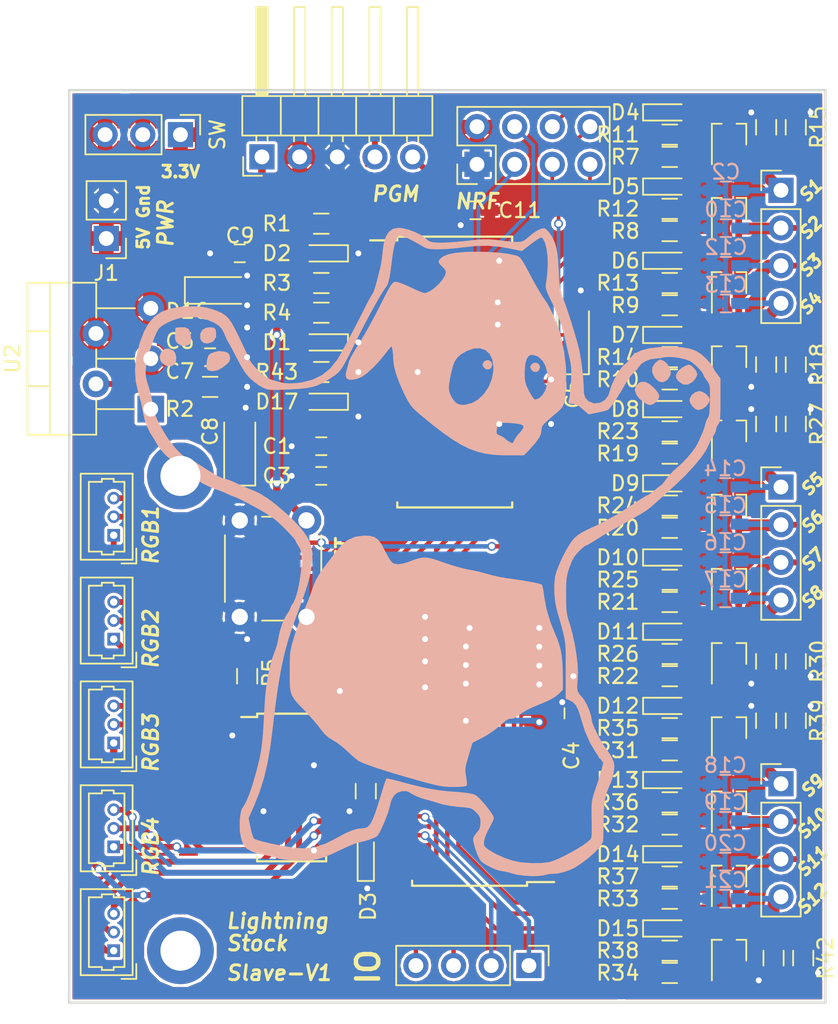
<source format=kicad_pcb>
(kicad_pcb (version 4) (host pcbnew 4.0.7)
  (layers (0 F.Cu signal) (31 B.Cu signal) (34 B.Paste user) (35 F.Paste user) (36 B.SilkS user) (37 F.SilkS user) (38 B.Mask user) (39 F.Mask user) (44 Edge.Cuts user))
  (net 0 "")
  (net 1 +3V3)
  (net 2 GND)
  (net 3 "Net-(C5-Pad1)")
  (net 4 "Net-(C7-Pad1)")
  (net 5 "Net-(D1-Pad2)")
  (net 6 "Net-(D2-Pad2)")
  (net 7 "Net-(D3-Pad2)")
  (net 8 "Net-(D4-Pad1)")
  (net 9 "Net-(D5-Pad1)")
  (net 10 "Net-(D6-Pad1)")
  (net 11 "Net-(D7-Pad1)")
  (net 12 "Net-(D8-Pad1)")
  (net 13 "Net-(D9-Pad1)")
  (net 14 "Net-(D10-Pad1)")
  (net 15 "Net-(D11-Pad1)")
  (net 16 "Net-(D12-Pad1)")
  (net 17 "Net-(D13-Pad1)")
  (net 18 "Net-(D14-Pad1)")
  (net 19 "Net-(D15-Pad1)")
  (net 20 /RESET)
  (net 21 /PGM_PGED)
  (net 22 /PGM_PGEC)
  (net 23 "/Select array/S1")
  (net 24 "/Select array/S2")
  (net 25 "/Select array/S3")
  (net 26 "/Select array/S4")
  (net 27 "/Select array/S5")
  (net 28 "/Select array/S6")
  (net 29 "/Select array/S7")
  (net 30 "/Select array/S8")
  (net 31 "/Select array/S9")
  (net 32 "/Select array/S10")
  (net 33 "/Select array/S11")
  (net 34 "/Select array/S12")
  (net 35 "Net-(J9-Pad1)")
  (net 36 /R1)
  (net 37 /G1)
  (net 38 /B1)
  (net 39 /R3)
  (net 40 /G3)
  (net 41 /B3)
  (net 42 /R5)
  (net 43 /G5)
  (net 44 /B5)
  (net 45 /R2)
  (net 46 /G2)
  (net 47 /B2)
  (net 48 /R4)
  (net 49 /G4)
  (net 50 /B4)
  (net 51 "Net-(R3-Pad1)")
  (net 52 "Net-(R4-Pad1)")
  (net 53 "Net-(R5-Pad1)")
  (net 54 "Net-(R6-Pad1)")
  (net 55 /SEL_SCK)
  (net 56 /NRF_MOSI)
  (net 57 /NRF_MISO)
  (net 58 "Net-(U1-Pad19)")
  (net 59 "Net-(U1-Pad20)")
  (net 60 "Net-(U2-Pad1)")
  (net 61 /MCP_CS)
  (net 62 /PCA_CS)
  (net 63 /PCA_OE)
  (net 64 /SEL_MOSI)
  (net 65 /SEL_MISO)
  (net 66 /NRF_SCK)
  (net 67 /NRF_CE)
  (net 68 /NRF_CSN)
  (net 69 /NRF_IRQ)
  (net 70 "/Select array/SEL1")
  (net 71 "/Select array/SEL2")
  (net 72 "/Select array/SEL3")
  (net 73 "/Select array/SEL4")
  (net 74 "/Select array/SEL5")
  (net 75 "/Select array/SEL6")
  (net 76 "/Select array/SEL7")
  (net 77 "/Select array/SEL8")
  (net 78 "/Select array/SEL9")
  (net 79 "/Select array/SEL10")
  (net 80 "/Select array/SEL11")
  (net 81 "/Select array/SEL12")
  (net 82 "Net-(U3-Pad2)")
  (net 83 "Net-(U3-Pad3)")
  (net 84 "Net-(U3-Pad10)")
  (net 85 "Net-(U3-Pad12)")
  (net 86 "Net-(D17-Pad2)")
  (net 87 "Net-(J2-Pad1)")
  (net 88 "Net-(J2-Pad2)")
  (net 89 "Net-(J2-Pad3)")
  (net 90 "Net-(J2-Pad4)")
  (net 91 "Net-(R43-Pad1)")
  (net 92 "Net-(J7-Pad1)")
  (net 93 +5V)
  (net 94 "/Select array/Vdd")
  (module Pin_Headers:Pin_Header_Angled_1x05_Pitch2.54mm (layer F.Cu) (at 66.5 109.5 90)
    (fp_text reference J3 hide)
    (fp_text value PGM)
    (pad 1 thru_hole rect (at 0 0 90) (size 1.7 1.7) (drill 1) (layers *.Cu *.Mask) (net 20 /RESET))
    (pad 2 thru_hole oval (at 0 2.54 90) (size 1.7 1.7) (drill 1) (layers *.Cu *.Mask) (net 1 +3V3))
    (pad 3 thru_hole oval (at 0 5.08 90) (size 1.7 1.7) (drill 1) (layers *.Cu *.Mask) (net 2 GND))
    (pad 4 thru_hole oval (at 0 7.62 90) (size 1.7 1.7) (drill 1) (layers *.Cu *.Mask) (net 21 /PGM_PGED))
    (pad 5 thru_hole oval (at 0 10.16 90) (size 1.7 1.7) (drill 1) (layers *.Cu *.Mask) (net 22 /PGM_PGEC))
  )
  (module Housings_SOIC:SOIC-28W_7.5x17.9mm_Pitch1.27mm (layer F.Cu) (at 79.5 124)
    (fp_text reference U3 hide)
    (fp_text value dsPIC33EPXXXGP502)
    (pad 1 smd rect (at -4.7 -8.255) (size 2 0.6) (layers F.Cu F.Paste F.Mask) (net 20 /RESET))
    (pad 2 smd rect (at -4.7 -6.985) (size 2 0.6) (layers F.Cu F.Paste F.Mask) (net 82 "Net-(U3-Pad2)"))
    (pad 3 smd rect (at -4.7 -5.715) (size 2 0.6) (layers F.Cu F.Paste F.Mask) (net 83 "Net-(U3-Pad3)"))
    (pad 4 smd rect (at -4.7 -4.445) (size 2 0.6) (layers F.Cu F.Paste F.Mask) (net 51 "Net-(R3-Pad1)"))
    (pad 5 smd rect (at -4.7 -3.175) (size 2 0.6) (layers F.Cu F.Paste F.Mask) (net 52 "Net-(R4-Pad1)"))
    (pad 6 smd rect (at -4.7 -1.905) (size 2 0.6) (layers F.Cu F.Paste F.Mask) (net 22 /PGM_PGEC))
    (pad 7 smd rect (at -4.7 -0.635) (size 2 0.6) (layers F.Cu F.Paste F.Mask) (net 21 /PGM_PGED))
    (pad 8 smd rect (at -4.7 0.635) (size 2 0.6) (layers F.Cu F.Paste F.Mask) (net 2 GND))
    (pad 9 smd rect (at -4.7 1.905) (size 2 0.6) (layers F.Cu F.Paste F.Mask) (net 91 "Net-(R43-Pad1)"))
    (pad 10 smd rect (at -4.7 3.175) (size 2 0.6) (layers F.Cu F.Paste F.Mask) (net 84 "Net-(U3-Pad10)"))
    (pad 11 smd rect (at -4.7 4.445) (size 2 0.6) (layers F.Cu F.Paste F.Mask) (net 63 /PCA_OE))
    (pad 12 smd rect (at -4.7 5.715) (size 2 0.6) (layers F.Cu F.Paste F.Mask) (net 85 "Net-(U3-Pad12)"))
    (pad 13 smd rect (at -4.7 6.985) (size 2 0.6) (layers F.Cu F.Paste F.Mask) (net 1 +3V3))
    (pad 14 smd rect (at -4.7 8.255) (size 2 0.6) (layers F.Cu F.Paste F.Mask) (net 62 /PCA_CS))
    (pad 15 smd rect (at 4.7 8.255) (size 2 0.6) (layers F.Cu F.Paste F.Mask) (net 61 /MCP_CS))
    (pad 16 smd rect (at 4.7 6.985) (size 2 0.6) (layers F.Cu F.Paste F.Mask) (net 55 /SEL_SCK))
    (pad 17 smd rect (at 4.7 5.715) (size 2 0.6) (layers F.Cu F.Paste F.Mask) (net 64 /SEL_MOSI))
    (pad 18 smd rect (at 4.7 4.445) (size 2 0.6) (layers F.Cu F.Paste F.Mask) (net 65 /SEL_MISO))
    (pad 19 smd rect (at 4.7 3.175) (size 2 0.6) (layers F.Cu F.Paste F.Mask) (net 2 GND))
    (pad 20 smd rect (at 4.7 1.905) (size 2 0.6) (layers F.Cu F.Paste F.Mask) (net 3 "Net-(C5-Pad1)"))
    (pad 21 smd rect (at 4.7 0.635) (size 2 0.6) (layers F.Cu F.Paste F.Mask) (net 66 /NRF_SCK))
    (pad 22 smd rect (at 4.7 -0.635) (size 2 0.6) (layers F.Cu F.Paste F.Mask) (net 56 /NRF_MOSI))
    (pad 23 smd rect (at 4.7 -1.905) (size 2 0.6) (layers F.Cu F.Paste F.Mask) (net 57 /NRF_MISO))
    (pad 24 smd rect (at 4.7 -3.175) (size 2 0.6) (layers F.Cu F.Paste F.Mask) (net 67 /NRF_CE))
    (pad 25 smd rect (at 4.7 -4.445) (size 2 0.6) (layers F.Cu F.Paste F.Mask) (net 68 /NRF_CSN))
    (pad 26 smd rect (at 4.7 -5.715) (size 2 0.6) (layers F.Cu F.Paste F.Mask) (net 69 /NRF_IRQ))
    (pad 27 smd rect (at 4.7 -6.985) (size 2 0.6) (layers F.Cu F.Paste F.Mask) (net 2 GND))
    (pad 28 smd rect (at 4.7 -8.255) (size 2 0.6) (layers F.Cu F.Paste F.Mask) (net 1 +3V3))
  )
  (module Housings_SOIC:SOIC-28W_7.5x17.9mm_Pitch1.27mm (layer F.Cu) (at 80.5 149.5 180)
    (fp_text reference U1 hide)
    (fp_text value MCP23S17)
    (pad 1 smd rect (at -4.7 -8.255 180) (size 2 0.6) (layers F.Cu F.Paste F.Mask) (net 70 "/Select array/SEL1"))
    (pad 2 smd rect (at -4.7 -6.985 180) (size 2 0.6) (layers F.Cu F.Paste F.Mask) (net 71 "/Select array/SEL2"))
    (pad 3 smd rect (at -4.7 -5.715 180) (size 2 0.6) (layers F.Cu F.Paste F.Mask) (net 72 "/Select array/SEL3"))
    (pad 4 smd rect (at -4.7 -4.445 180) (size 2 0.6) (layers F.Cu F.Paste F.Mask) (net 73 "/Select array/SEL4"))
    (pad 5 smd rect (at -4.7 -3.175 180) (size 2 0.6) (layers F.Cu F.Paste F.Mask) (net 77 "/Select array/SEL8"))
    (pad 6 smd rect (at -4.7 -1.905 180) (size 2 0.6) (layers F.Cu F.Paste F.Mask) (net 76 "/Select array/SEL7"))
    (pad 7 smd rect (at -4.7 -0.635 180) (size 2 0.6) (layers F.Cu F.Paste F.Mask) (net 75 "/Select array/SEL6"))
    (pad 8 smd rect (at -4.7 0.635 180) (size 2 0.6) (layers F.Cu F.Paste F.Mask) (net 74 "/Select array/SEL5"))
    (pad 9 smd rect (at -4.7 1.905 180) (size 2 0.6) (layers F.Cu F.Paste F.Mask) (net 1 +3V3))
    (pad 10 smd rect (at -4.7 3.175 180) (size 2 0.6) (layers F.Cu F.Paste F.Mask) (net 2 GND))
    (pad 11 smd rect (at -4.7 4.445 180) (size 2 0.6) (layers F.Cu F.Paste F.Mask) (net 61 /MCP_CS))
    (pad 12 smd rect (at -4.7 5.715 180) (size 2 0.6) (layers F.Cu F.Paste F.Mask) (net 55 /SEL_SCK))
    (pad 13 smd rect (at -4.7 6.985 180) (size 2 0.6) (layers F.Cu F.Paste F.Mask) (net 64 /SEL_MOSI))
    (pad 14 smd rect (at -4.7 8.255 180) (size 2 0.6) (layers F.Cu F.Paste F.Mask) (net 65 /SEL_MISO))
    (pad 15 smd rect (at 4.7 8.255 180) (size 2 0.6) (layers F.Cu F.Paste F.Mask) (net 2 GND))
    (pad 16 smd rect (at 4.7 6.985 180) (size 2 0.6) (layers F.Cu F.Paste F.Mask) (net 2 GND))
    (pad 17 smd rect (at 4.7 5.715 180) (size 2 0.6) (layers F.Cu F.Paste F.Mask) (net 2 GND))
    (pad 18 smd rect (at 4.7 4.445 180) (size 2 0.6) (layers F.Cu F.Paste F.Mask) (net 20 /RESET))
    (pad 19 smd rect (at 4.7 3.175 180) (size 2 0.6) (layers F.Cu F.Paste F.Mask) (net 58 "Net-(U1-Pad19)"))
    (pad 20 smd rect (at 4.7 1.905 180) (size 2 0.6) (layers F.Cu F.Paste F.Mask) (net 59 "Net-(U1-Pad20)"))
    (pad 21 smd rect (at 4.7 0.635 180) (size 2 0.6) (layers F.Cu F.Paste F.Mask) (net 78 "/Select array/SEL9"))
    (pad 22 smd rect (at 4.7 -0.635 180) (size 2 0.6) (layers F.Cu F.Paste F.Mask) (net 79 "/Select array/SEL10"))
    (pad 23 smd rect (at 4.7 -1.905 180) (size 2 0.6) (layers F.Cu F.Paste F.Mask) (net 80 "/Select array/SEL11"))
    (pad 24 smd rect (at 4.7 -3.175 180) (size 2 0.6) (layers F.Cu F.Paste F.Mask) (net 81 "/Select array/SEL12"))
    (pad 25 smd rect (at 4.7 -4.445 180) (size 2 0.6) (layers F.Cu F.Paste F.Mask) (net 87 "Net-(J2-Pad1)"))
    (pad 26 smd rect (at 4.7 -5.715 180) (size 2 0.6) (layers F.Cu F.Paste F.Mask) (net 88 "Net-(J2-Pad2)"))
    (pad 27 smd rect (at 4.7 -6.985 180) (size 2 0.6) (layers F.Cu F.Paste F.Mask) (net 89 "Net-(J2-Pad3)"))
    (pad 28 smd rect (at 4.7 -8.255 180) (size 2 0.6) (layers F.Cu F.Paste F.Mask) (net 90 "Net-(J2-Pad4)"))
  )
  (module Capacitors_SMD:C_0603_HandSoldering (layer F.Cu) (at 70.5 129 180)
    (fp_text reference C1 (at 3 0 180) (layer F.SilkS))
    (fp_text value 100n)
    (pad 1 smd rect (at -0.95 0 180) (size 1.2 0.75) (layers F.Cu F.Paste F.Mask) (net 1 +3V3))
    (pad 2 smd rect (at 0.95 0 180) (size 1.2 0.75) (layers F.Cu F.Paste F.Mask) (net 2 GND))
  )
  (module Capacitors_SMD:C_0603_HandSoldering (layer F.Cu) (at 70.5 131 180)
    (fp_text reference C3 (at 3 0 180) (layer F.SilkS))
    (fp_text value 10n)
    (pad 1 smd rect (at -0.95 0 180) (size 1.2 0.75) (layers F.Cu F.Paste F.Mask) (net 1 +3V3))
    (pad 2 smd rect (at 0.95 0 180) (size 1.2 0.75) (layers F.Cu F.Paste F.Mask) (net 2 GND))
  )
  (module Capacitors_SMD:C_0603_HandSoldering (layer F.Cu) (at 87.5 147 90)
    (fp_text reference C4 (at -2.86 -0.124 90) (layer F.SilkS))
    (fp_text value 10n)
    (pad 1 smd rect (at -0.95 0 90) (size 1.2 0.75) (layers F.Cu F.Paste F.Mask) (net 1 +3V3))
    (pad 2 smd rect (at 0.95 0 90) (size 1.2 0.75) (layers F.Cu F.Paste F.Mask) (net 2 GND))
  )
  (module Capacitors_Tantalum_SMD:CP_Tantalum_Case-A_EIA-3216-18_Reflow (layer F.Cu) (at 87.5 121.5 90)
    (fp_text reference C5 (at -4 0 90) (layer F.SilkS))
    (fp_text value 10µ)
    (pad 1 smd rect (at -1.375 0 90) (size 1.95 1.5) (layers F.Cu F.Paste F.Mask) (net 3 "Net-(C5-Pad1)"))
    (pad 2 smd rect (at 1.375 0 90) (size 1.95 1.5) (layers F.Cu F.Paste F.Mask) (net 2 GND))
  )
  (module Capacitors_SMD:C_0603_HandSoldering (layer F.Cu) (at 63 121)
    (fp_text reference C6 (at -2.04 0.92) (layer F.SilkS))
    (fp_text value 1µ)
    (pad 1 smd rect (at -0.95 0) (size 1.2 0.75) (layers F.Cu F.Paste F.Mask) (net 93 +5V))
    (pad 2 smd rect (at 0.95 0) (size 1.2 0.75) (layers F.Cu F.Paste F.Mask) (net 2 GND))
  )
  (module Capacitors_SMD:C_0603_HandSoldering (layer F.Cu) (at 63 123)
    (fp_text reference C7 (at -2.04 0.952) (layer F.SilkS))
    (fp_text value 100n)
    (pad 1 smd rect (at -0.95 0) (size 1.2 0.75) (layers F.Cu F.Paste F.Mask) (net 4 "Net-(C7-Pad1)"))
    (pad 2 smd rect (at 0.95 0) (size 1.2 0.75) (layers F.Cu F.Paste F.Mask) (net 2 GND))
  )
  (module Capacitors_Tantalum_SMD:CP_Tantalum_Case-A_EIA-3216-18_Reflow (layer F.Cu) (at 65 129 90)
    (fp_text reference C8 (at 1 -2 90) (layer F.SilkS))
    (fp_text value 10µ)
    (pad 1 smd rect (at -1.375 0 90) (size 1.95 1.5) (layers F.Cu F.Paste F.Mask) (net 1 +3V3))
    (pad 2 smd rect (at 1.375 0 90) (size 1.95 1.5) (layers F.Cu F.Paste F.Mask) (net 2 GND))
  )
  (module Capacitors_SMD:C_0603_HandSoldering (layer F.Cu) (at 65 116 180)
    (fp_text reference C9 (at -0.024 1.192 180) (layer F.SilkS))
    (fp_text value 10n)
    (pad 1 smd rect (at -0.95 0 180) (size 1.2 0.75) (layers F.Cu F.Paste F.Mask) (net 1 +3V3))
    (pad 2 smd rect (at 0.95 0 180) (size 1.2 0.75) (layers F.Cu F.Paste F.Mask) (net 2 GND))
  )
  (module Capacitors_SMD:C_0603_HandSoldering (layer F.Cu) (at 80.9 113.1 180)
    (fp_text reference C11 (at -3 0 180) (layer F.SilkS))
    (fp_text value 10n)
    (pad 1 smd rect (at -0.95 0 180) (size 1.2 0.75) (layers F.Cu F.Paste F.Mask) (net 1 +3V3))
    (pad 2 smd rect (at 0.95 0 180) (size 1.2 0.75) (layers F.Cu F.Paste F.Mask) (net 2 GND))
  )
  (module LEDs:LED_0603_HandSoldering (layer F.Cu) (at 70.5 122 180)
    (fp_text reference D1 (at 3 0 180) (layer F.SilkS))
    (fp_text value LED)
    (pad 1 smd rect (at -1.1 0 180) (size 1.2 0.9) (layers F.Cu F.Paste F.Mask) (net 2 GND))
    (pad 2 smd rect (at 1.1 0 180) (size 1.2 0.9) (layers F.Cu F.Paste F.Mask) (net 5 "Net-(D1-Pad2)"))
  )
  (module LEDs:LED_0603_HandSoldering (layer F.Cu) (at 70.5 116 180)
    (fp_text reference D2 (at 3 0 180) (layer F.SilkS))
    (fp_text value LED)
    (pad 1 smd rect (at -1.1 0 180) (size 1.2 0.9) (layers F.Cu F.Paste F.Mask) (net 2 GND))
    (pad 2 smd rect (at 1.1 0 180) (size 1.2 0.9) (layers F.Cu F.Paste F.Mask) (net 6 "Net-(D2-Pad2)"))
  )
  (module LEDs:LED_0603_HandSoldering (layer F.Cu) (at 73.5 156.5 90)
    (fp_text reference D3 (at -3.52 0.16 90) (layer F.SilkS))
    (fp_text value LED)
    (pad 1 smd rect (at -1.1 0 90) (size 1.2 0.9) (layers F.Cu F.Paste F.Mask) (net 2 GND))
    (pad 2 smd rect (at 1.1 0 90) (size 1.2 0.9) (layers F.Cu F.Paste F.Mask) (net 7 "Net-(D3-Pad2)"))
  )
  (module LEDs:LED_0603_HandSoldering (layer F.Cu) (at 94 106.5)
    (fp_text reference D4 (at -3 0) (layer F.SilkS))
    (fp_text value LED)
    (pad 1 smd rect (at -1.1 0) (size 1.2 0.9) (layers F.Cu F.Paste F.Mask) (net 8 "Net-(D4-Pad1)"))
    (pad 2 smd rect (at 1.1 0) (size 1.2 0.9) (layers F.Cu F.Paste F.Mask) (net 94 "/Select array/Vdd"))
  )
  (module LEDs:LED_0603_HandSoldering (layer F.Cu) (at 94 111.5)
    (fp_text reference D5 (at -3 0) (layer F.SilkS))
    (fp_text value LED)
    (pad 1 smd rect (at -1.1 0) (size 1.2 0.9) (layers F.Cu F.Paste F.Mask) (net 9 "Net-(D5-Pad1)"))
    (pad 2 smd rect (at 1.1 0) (size 1.2 0.9) (layers F.Cu F.Paste F.Mask) (net 94 "/Select array/Vdd"))
  )
  (module LEDs:LED_0603_HandSoldering (layer F.Cu) (at 94 116.5)
    (fp_text reference D6 (at -3 0) (layer F.SilkS))
    (fp_text value LED)
    (pad 1 smd rect (at -1.1 0) (size 1.2 0.9) (layers F.Cu F.Paste F.Mask) (net 10 "Net-(D6-Pad1)"))
    (pad 2 smd rect (at 1.1 0) (size 1.2 0.9) (layers F.Cu F.Paste F.Mask) (net 94 "/Select array/Vdd"))
  )
  (module LEDs:LED_0603_HandSoldering (layer F.Cu) (at 94 121.5)
    (fp_text reference D7 (at -3 0) (layer F.SilkS))
    (fp_text value LED)
    (pad 1 smd rect (at -1.1 0) (size 1.2 0.9) (layers F.Cu F.Paste F.Mask) (net 11 "Net-(D7-Pad1)"))
    (pad 2 smd rect (at 1.1 0) (size 1.2 0.9) (layers F.Cu F.Paste F.Mask) (net 94 "/Select array/Vdd"))
  )
  (module LEDs:LED_0603_HandSoldering (layer F.Cu) (at 94 126.5)
    (fp_text reference D8 (at -3 0) (layer F.SilkS))
    (fp_text value LED)
    (pad 1 smd rect (at -1.1 0) (size 1.2 0.9) (layers F.Cu F.Paste F.Mask) (net 12 "Net-(D8-Pad1)"))
    (pad 2 smd rect (at 1.1 0) (size 1.2 0.9) (layers F.Cu F.Paste F.Mask) (net 94 "/Select array/Vdd"))
  )
  (module LEDs:LED_0603_HandSoldering (layer F.Cu) (at 94 131.5)
    (fp_text reference D9 (at -3 0) (layer F.SilkS))
    (fp_text value LED)
    (pad 1 smd rect (at -1.1 0) (size 1.2 0.9) (layers F.Cu F.Paste F.Mask) (net 13 "Net-(D9-Pad1)"))
    (pad 2 smd rect (at 1.1 0) (size 1.2 0.9) (layers F.Cu F.Paste F.Mask) (net 94 "/Select array/Vdd"))
  )
  (module LEDs:LED_0603_HandSoldering (layer F.Cu) (at 94 136.5)
    (fp_text reference D10 (at -3.5 0) (layer F.SilkS))
    (fp_text value LED)
    (pad 1 smd rect (at -1.1 0) (size 1.2 0.9) (layers F.Cu F.Paste F.Mask) (net 14 "Net-(D10-Pad1)"))
    (pad 2 smd rect (at 1.1 0) (size 1.2 0.9) (layers F.Cu F.Paste F.Mask) (net 94 "/Select array/Vdd"))
  )
  (module LEDs:LED_0603_HandSoldering (layer F.Cu) (at 94 141.5)
    (fp_text reference D11 (at -3.5 0) (layer F.SilkS))
    (fp_text value LED)
    (pad 1 smd rect (at -1.1 0) (size 1.2 0.9) (layers F.Cu F.Paste F.Mask) (net 15 "Net-(D11-Pad1)"))
    (pad 2 smd rect (at 1.1 0) (size 1.2 0.9) (layers F.Cu F.Paste F.Mask) (net 94 "/Select array/Vdd"))
  )
  (module LEDs:LED_0603_HandSoldering (layer F.Cu) (at 94 146.5)
    (fp_text reference D12 (at -3.5 0) (layer F.SilkS))
    (fp_text value LED)
    (pad 1 smd rect (at -1.1 0) (size 1.2 0.9) (layers F.Cu F.Paste F.Mask) (net 16 "Net-(D12-Pad1)"))
    (pad 2 smd rect (at 1.1 0) (size 1.2 0.9) (layers F.Cu F.Paste F.Mask) (net 94 "/Select array/Vdd"))
  )
  (module LEDs:LED_0603_HandSoldering (layer F.Cu) (at 94 151.5)
    (fp_text reference D13 (at -3.5 0) (layer F.SilkS))
    (fp_text value LED)
    (pad 1 smd rect (at -1.1 0) (size 1.2 0.9) (layers F.Cu F.Paste F.Mask) (net 17 "Net-(D13-Pad1)"))
    (pad 2 smd rect (at 1.1 0) (size 1.2 0.9) (layers F.Cu F.Paste F.Mask) (net 94 "/Select array/Vdd"))
  )
  (module LEDs:LED_0603_HandSoldering (layer F.Cu) (at 94 156.5)
    (fp_text reference D14 (at -3.5 0) (layer F.SilkS))
    (fp_text value LED)
    (pad 1 smd rect (at -1.1 0) (size 1.2 0.9) (layers F.Cu F.Paste F.Mask) (net 18 "Net-(D14-Pad1)"))
    (pad 2 smd rect (at 1.1 0) (size 1.2 0.9) (layers F.Cu F.Paste F.Mask) (net 94 "/Select array/Vdd"))
  )
  (module LEDs:LED_0603_HandSoldering (layer F.Cu) (at 94 161.5)
    (fp_text reference D15 (at -3.5 0) (layer F.SilkS))
    (fp_text value LED)
    (pad 1 smd rect (at -1.1 0) (size 1.2 0.9) (layers F.Cu F.Paste F.Mask) (net 19 "Net-(D15-Pad1)"))
    (pad 2 smd rect (at 1.1 0) (size 1.2 0.9) (layers F.Cu F.Paste F.Mask) (net 94 "/Select array/Vdd"))
  )
  (module Pin_Headers:Pin_Header_Straight_1x04_Pitch2.54mm (layer F.Cu) (at 101.5 111.75)
    (fp_text reference J4 hide)
    (fp_text value S1..4)
    (pad 1 thru_hole rect (at 0 0) (size 1.7 1.7) (drill 1) (layers *.Cu *.Mask) (net 23 "/Select array/S1"))
    (pad 2 thru_hole oval (at 0 2.54) (size 1.7 1.7) (drill 1) (layers *.Cu *.Mask) (net 24 "/Select array/S2"))
    (pad 3 thru_hole oval (at 0 5.08) (size 1.7 1.7) (drill 1) (layers *.Cu *.Mask) (net 25 "/Select array/S3"))
    (pad 4 thru_hole oval (at 0 7.62) (size 1.7 1.7) (drill 1) (layers *.Cu *.Mask) (net 26 "/Select array/S4"))
  )
  (module Pin_Headers:Pin_Header_Straight_1x04_Pitch2.54mm (layer F.Cu) (at 101.5 131.75)
    (fp_text reference J5 hide)
    (fp_text value S5..8)
    (pad 1 thru_hole rect (at 0 0) (size 1.7 1.7) (drill 1) (layers *.Cu *.Mask) (net 27 "/Select array/S5"))
    (pad 2 thru_hole oval (at 0 2.54) (size 1.7 1.7) (drill 1) (layers *.Cu *.Mask) (net 28 "/Select array/S6"))
    (pad 3 thru_hole oval (at 0 5.08) (size 1.7 1.7) (drill 1) (layers *.Cu *.Mask) (net 29 "/Select array/S7"))
    (pad 4 thru_hole oval (at 0 7.62) (size 1.7 1.7) (drill 1) (layers *.Cu *.Mask) (net 30 "/Select array/S8"))
  )
  (module Pin_Headers:Pin_Header_Straight_1x04_Pitch2.54mm (layer F.Cu) (at 101.5 151.75)
    (fp_text reference J6 hide)
    (fp_text value S9..12)
    (pad 1 thru_hole rect (at 0 0) (size 1.7 1.7) (drill 1) (layers *.Cu *.Mask) (net 31 "/Select array/S9"))
    (pad 2 thru_hole oval (at 0 2.54) (size 1.7 1.7) (drill 1) (layers *.Cu *.Mask) (net 32 "/Select array/S10"))
    (pad 3 thru_hole oval (at 0 5.08) (size 1.7 1.7) (drill 1) (layers *.Cu *.Mask) (net 33 "/Select array/S11"))
    (pad 4 thru_hole oval (at 0 7.62) (size 1.7 1.7) (drill 1) (layers *.Cu *.Mask) (net 34 "/Select array/S12"))
  )
  (module Mounting_Holes:MountingHole_2.7mm_M2.5_ISO14580_Pad (layer F.Cu) (at 61 131)
    (fp_text reference J9 hide)
    (fp_text value MH)
    (pad 1 thru_hole circle (at 0 0) (size 4.5 4.5) (drill 2.7) (layers *.Cu *.Mask) (net 35 "Net-(J9-Pad1)"))
  )
  (module Connectors_Molex:Molex_PicoBlade_53047-0310_03x1.25mm_Straight (layer F.Cu) (at 56.5 135 90)
    (fp_text reference J12 hide)
    (fp_text value LED1)
    (pad 1 thru_hole rect (at 0 0 90) (size 0.85 0.85) (drill 0.5) (layers *.Cu *.Mask) (net 36 /R1))
    (pad 2 thru_hole circle (at 1.25 0 90) (size 0.85 0.85) (drill 0.5) (layers *.Cu *.Mask) (net 37 /G1))
    (pad 3 thru_hole circle (at 2.5 0 90) (size 0.85 0.85) (drill 0.5) (layers *.Cu *.Mask) (net 38 /B1))
  )
  (module Connectors_Molex:Molex_PicoBlade_53047-0310_03x1.25mm_Straight (layer F.Cu) (at 56.5 149 90)
    (fp_text reference J13 hide)
    (fp_text value LED3)
    (pad 1 thru_hole rect (at 0 0 90) (size 0.85 0.85) (drill 0.5) (layers *.Cu *.Mask) (net 39 /R3))
    (pad 2 thru_hole circle (at 1.25 0 90) (size 0.85 0.85) (drill 0.5) (layers *.Cu *.Mask) (net 40 /G3))
    (pad 3 thru_hole circle (at 2.5 0 90) (size 0.85 0.85) (drill 0.5) (layers *.Cu *.Mask) (net 41 /B3))
  )
  (module Connectors_Molex:Molex_PicoBlade_53047-0310_03x1.25mm_Straight (layer F.Cu) (at 56.5 163 90)
    (fp_text reference J14 hide)
    (fp_text value LED5)
    (pad 1 thru_hole rect (at 0 0 90) (size 0.85 0.85) (drill 0.5) (layers *.Cu *.Mask) (net 42 /R5))
    (pad 2 thru_hole circle (at 1.25 0 90) (size 0.85 0.85) (drill 0.5) (layers *.Cu *.Mask) (net 43 /G5))
    (pad 3 thru_hole circle (at 2.5 0 90) (size 0.85 0.85) (drill 0.5) (layers *.Cu *.Mask) (net 44 /B5))
  )
  (module Connectors_Molex:Molex_PicoBlade_53047-0310_03x1.25mm_Straight (layer F.Cu) (at 56.5 142 90)
    (fp_text reference J15 hide)
    (fp_text value LED2)
    (pad 1 thru_hole rect (at 0 0 90) (size 0.85 0.85) (drill 0.5) (layers *.Cu *.Mask) (net 45 /R2))
    (pad 2 thru_hole circle (at 1.25 0 90) (size 0.85 0.85) (drill 0.5) (layers *.Cu *.Mask) (net 46 /G2))
    (pad 3 thru_hole circle (at 2.5 0 90) (size 0.85 0.85) (drill 0.5) (layers *.Cu *.Mask) (net 47 /B2))
  )
  (module Connectors_Molex:Molex_PicoBlade_53047-0310_03x1.25mm_Straight (layer F.Cu) (at 56.5 156 90)
    (fp_text reference J16 hide)
    (fp_text value LED4)
    (pad 1 thru_hole rect (at 0 0 90) (size 0.85 0.85) (drill 0.5) (layers *.Cu *.Mask) (net 48 /R4))
    (pad 2 thru_hole circle (at 1.25 0 90) (size 0.85 0.85) (drill 0.5) (layers *.Cu *.Mask) (net 49 /G4))
    (pad 3 thru_hole circle (at 2.5 0 90) (size 0.85 0.85) (drill 0.5) (layers *.Cu *.Mask) (net 50 /B4))
  )
  (module TO_SOT_Packages_SMD:SOT-323_SC-70_Handsoldering (layer F.Cu) (at 98 108 90)
    (fp_text reference Q1 hide)
    (fp_text value Q_PMOS_GSD)
    (pad 1 smd rect (at -1.33 -0.65) (size 0.45 1.5) (layers F.Cu F.Paste F.Mask) (net 70 "/Select array/SEL1"))
    (pad 2 smd rect (at -1.33 0.65) (size 0.45 1.5) (layers F.Cu F.Paste F.Mask) (net 23 "/Select array/S1"))
    (pad 3 smd rect (at 1.33 0) (size 0.45 1.5) (layers F.Cu F.Paste F.Mask) (net 94 "/Select array/Vdd"))
  )
  (module TO_SOT_Packages_SMD:SOT-323_SC-70_Handsoldering (layer F.Cu) (at 98 113 90)
    (fp_text reference Q2 hide)
    (fp_text value Q_PMOS_GSD)
    (pad 1 smd rect (at -1.33 -0.65) (size 0.45 1.5) (layers F.Cu F.Paste F.Mask) (net 71 "/Select array/SEL2"))
    (pad 2 smd rect (at -1.33 0.65) (size 0.45 1.5) (layers F.Cu F.Paste F.Mask) (net 24 "/Select array/S2"))
    (pad 3 smd rect (at 1.33 0) (size 0.45 1.5) (layers F.Cu F.Paste F.Mask) (net 94 "/Select array/Vdd"))
  )
  (module TO_SOT_Packages_SMD:SOT-323_SC-70_Handsoldering (layer F.Cu) (at 98 118 90)
    (fp_text reference Q3 hide)
    (fp_text value Q_PMOS_GSD)
    (pad 1 smd rect (at -1.33 -0.65) (size 0.45 1.5) (layers F.Cu F.Paste F.Mask) (net 72 "/Select array/SEL3"))
    (pad 2 smd rect (at -1.33 0.65) (size 0.45 1.5) (layers F.Cu F.Paste F.Mask) (net 25 "/Select array/S3"))
    (pad 3 smd rect (at 1.33 0) (size 0.45 1.5) (layers F.Cu F.Paste F.Mask) (net 94 "/Select array/Vdd"))
  )
  (module TO_SOT_Packages_SMD:SOT-323_SC-70_Handsoldering (layer F.Cu) (at 98 123 90)
    (fp_text reference Q4 hide)
    (fp_text value Q_PMOS_GSD)
    (pad 1 smd rect (at -1.33 -0.65) (size 0.45 1.5) (layers F.Cu F.Paste F.Mask) (net 73 "/Select array/SEL4"))
    (pad 2 smd rect (at -1.33 0.65) (size 0.45 1.5) (layers F.Cu F.Paste F.Mask) (net 26 "/Select array/S4"))
    (pad 3 smd rect (at 1.33 0) (size 0.45 1.5) (layers F.Cu F.Paste F.Mask) (net 94 "/Select array/Vdd"))
  )
  (module TO_SOT_Packages_SMD:SOT-323_SC-70_Handsoldering (layer F.Cu) (at 98 128 90)
    (fp_text reference Q5 hide)
    (fp_text value Q_PMOS_GSD)
    (pad 1 smd rect (at -1.33 -0.65) (size 0.45 1.5) (layers F.Cu F.Paste F.Mask) (net 74 "/Select array/SEL5"))
    (pad 2 smd rect (at -1.33 0.65) (size 0.45 1.5) (layers F.Cu F.Paste F.Mask) (net 27 "/Select array/S5"))
    (pad 3 smd rect (at 1.33 0) (size 0.45 1.5) (layers F.Cu F.Paste F.Mask) (net 94 "/Select array/Vdd"))
  )
  (module TO_SOT_Packages_SMD:SOT-323_SC-70_Handsoldering (layer F.Cu) (at 98 133 90)
    (fp_text reference Q6 hide)
    (fp_text value Q_PMOS_GSD)
    (pad 1 smd rect (at -1.33 -0.65) (size 0.45 1.5) (layers F.Cu F.Paste F.Mask) (net 75 "/Select array/SEL6"))
    (pad 2 smd rect (at -1.33 0.65) (size 0.45 1.5) (layers F.Cu F.Paste F.Mask) (net 28 "/Select array/S6"))
    (pad 3 smd rect (at 1.33 0) (size 0.45 1.5) (layers F.Cu F.Paste F.Mask) (net 94 "/Select array/Vdd"))
  )
  (module TO_SOT_Packages_SMD:SOT-323_SC-70_Handsoldering (layer F.Cu) (at 98 138 90)
    (fp_text reference Q7 hide)
    (fp_text value Q_PMOS_GSD)
    (pad 1 smd rect (at -1.33 -0.65) (size 0.45 1.5) (layers F.Cu F.Paste F.Mask) (net 76 "/Select array/SEL7"))
    (pad 2 smd rect (at -1.33 0.65) (size 0.45 1.5) (layers F.Cu F.Paste F.Mask) (net 29 "/Select array/S7"))
    (pad 3 smd rect (at 1.33 0) (size 0.45 1.5) (layers F.Cu F.Paste F.Mask) (net 94 "/Select array/Vdd"))
  )
  (module TO_SOT_Packages_SMD:SOT-323_SC-70_Handsoldering (layer F.Cu) (at 98 143 90)
    (fp_text reference Q8 hide)
    (fp_text value Q_PMOS_GSD)
    (pad 1 smd rect (at -1.33 -0.65) (size 0.45 1.5) (layers F.Cu F.Paste F.Mask) (net 77 "/Select array/SEL8"))
    (pad 2 smd rect (at -1.33 0.65) (size 0.45 1.5) (layers F.Cu F.Paste F.Mask) (net 30 "/Select array/S8"))
    (pad 3 smd rect (at 1.33 0) (size 0.45 1.5) (layers F.Cu F.Paste F.Mask) (net 94 "/Select array/Vdd"))
  )
  (module TO_SOT_Packages_SMD:SOT-323_SC-70_Handsoldering (layer F.Cu) (at 98 148 90)
    (fp_text reference Q9 hide)
    (fp_text value Q_PMOS_GSD)
    (pad 1 smd rect (at -1.33 -0.65) (size 0.45 1.5) (layers F.Cu F.Paste F.Mask) (net 78 "/Select array/SEL9"))
    (pad 2 smd rect (at -1.33 0.65) (size 0.45 1.5) (layers F.Cu F.Paste F.Mask) (net 31 "/Select array/S9"))
    (pad 3 smd rect (at 1.33 0) (size 0.45 1.5) (layers F.Cu F.Paste F.Mask) (net 94 "/Select array/Vdd"))
  )
  (module TO_SOT_Packages_SMD:SOT-323_SC-70_Handsoldering (layer F.Cu) (at 98 153 90)
    (fp_text reference Q10 hide)
    (fp_text value Q_PMOS_GSD)
    (pad 1 smd rect (at -1.33 -0.65) (size 0.45 1.5) (layers F.Cu F.Paste F.Mask) (net 79 "/Select array/SEL10"))
    (pad 2 smd rect (at -1.33 0.65) (size 0.45 1.5) (layers F.Cu F.Paste F.Mask) (net 32 "/Select array/S10"))
    (pad 3 smd rect (at 1.33 0) (size 0.45 1.5) (layers F.Cu F.Paste F.Mask) (net 94 "/Select array/Vdd"))
  )
  (module TO_SOT_Packages_SMD:SOT-323_SC-70_Handsoldering (layer F.Cu) (at 98 158 90)
    (fp_text reference Q11 hide)
    (fp_text value Q_PMOS_GSD)
    (pad 1 smd rect (at -1.33 -0.65) (size 0.45 1.5) (layers F.Cu F.Paste F.Mask) (net 80 "/Select array/SEL11"))
    (pad 2 smd rect (at -1.33 0.65) (size 0.45 1.5) (layers F.Cu F.Paste F.Mask) (net 33 "/Select array/S11"))
    (pad 3 smd rect (at 1.33 0) (size 0.45 1.5) (layers F.Cu F.Paste F.Mask) (net 94 "/Select array/Vdd"))
  )
  (module TO_SOT_Packages_SMD:SOT-323_SC-70_Handsoldering (layer F.Cu) (at 98 163 90)
    (fp_text reference Q12 hide)
    (fp_text value Q_PMOS_GSD)
    (pad 1 smd rect (at -1.33 -0.65) (size 0.45 1.5) (layers F.Cu F.Paste F.Mask) (net 81 "/Select array/SEL12"))
    (pad 2 smd rect (at -1.33 0.65) (size 0.45 1.5) (layers F.Cu F.Paste F.Mask) (net 34 "/Select array/S12"))
    (pad 3 smd rect (at 1.33 0) (size 0.45 1.5) (layers F.Cu F.Paste F.Mask) (net 94 "/Select array/Vdd"))
  )
  (module Resistors_SMD:R_0603_HandSoldering (layer F.Cu) (at 70.5 114 180)
    (fp_text reference R1 (at 3 0 180) (layer F.SilkS))
    (fp_text value 10k)
    (pad 1 smd rect (at -1.1 0 180) (size 1.2 0.9) (layers F.Cu F.Paste F.Mask) (net 1 +3V3))
    (pad 2 smd rect (at 1.1 0 180) (size 1.2 0.9) (layers F.Cu F.Paste F.Mask) (net 20 /RESET))
  )
  (module Resistors_SMD:R_0603_HandSoldering (layer F.Cu) (at 63 125 180)
    (fp_text reference R2 (at 2.04 -1.492 180) (layer F.SilkS))
    (fp_text value 330k)
    (pad 1 smd rect (at -1.1 0 180) (size 1.2 0.9) (layers F.Cu F.Paste F.Mask) (net 2 GND))
    (pad 2 smd rect (at 1.1 0 180) (size 1.2 0.9) (layers F.Cu F.Paste F.Mask) (net 4 "Net-(C7-Pad1)"))
  )
  (module Resistors_SMD:R_0603_HandSoldering (layer F.Cu) (at 70.5 118 180)
    (fp_text reference R3 (at 3 0 180) (layer F.SilkS))
    (fp_text value 2.2k)
    (pad 1 smd rect (at -1.1 0 180) (size 1.2 0.9) (layers F.Cu F.Paste F.Mask) (net 51 "Net-(R3-Pad1)"))
    (pad 2 smd rect (at 1.1 0 180) (size 1.2 0.9) (layers F.Cu F.Paste F.Mask) (net 6 "Net-(D2-Pad2)"))
  )
  (module Resistors_SMD:R_0603_HandSoldering (layer F.Cu) (at 70.5 120 180)
    (fp_text reference R4 (at 3 0 180) (layer F.SilkS))
    (fp_text value 2.2k)
    (pad 1 smd rect (at -1.1 0 180) (size 1.2 0.9) (layers F.Cu F.Paste F.Mask) (net 52 "Net-(R4-Pad1)"))
    (pad 2 smd rect (at 1.1 0 180) (size 1.2 0.9) (layers F.Cu F.Paste F.Mask) (net 5 "Net-(D1-Pad2)"))
  )
  (module Resistors_SMD:R_0603_HandSoldering (layer F.Cu) (at 65.5 144.5 90)
    (fp_text reference R5 (at 0.228 1.556 90) (layer F.SilkS))
    (fp_text value R)
    (pad 1 smd rect (at -1.1 0 90) (size 1.2 0.9) (layers F.Cu F.Paste F.Mask) (net 53 "Net-(R5-Pad1)"))
    (pad 2 smd rect (at 1.1 0 90) (size 1.2 0.9) (layers F.Cu F.Paste F.Mask) (net 2 GND))
  )
  (module Resistors_SMD:R_0603_HandSoldering (layer F.Cu) (at 73.5 152.25 270)
    (fp_text reference R6 (at -2.898 -0.16 270) (layer F.SilkS))
    (fp_text value 2.2k)
    (pad 1 smd rect (at -1.1 0 270) (size 1.2 0.9) (layers F.Cu F.Paste F.Mask) (net 54 "Net-(R6-Pad1)"))
    (pad 2 smd rect (at 1.1 0 270) (size 1.2 0.9) (layers F.Cu F.Paste F.Mask) (net 7 "Net-(D3-Pad2)"))
  )
  (module Resistors_SMD:R_0603_HandSoldering (layer F.Cu) (at 94 109.5)
    (fp_text reference R7 (at -3 0) (layer F.SilkS))
    (fp_text value 2.2k)
    (pad 1 smd rect (at -1.1 0) (size 1.2 0.9) (layers F.Cu F.Paste F.Mask) (net 8 "Net-(D4-Pad1)"))
    (pad 2 smd rect (at 1.1 0) (size 1.2 0.9) (layers F.Cu F.Paste F.Mask) (net 70 "/Select array/SEL1"))
  )
  (module Resistors_SMD:R_0603_HandSoldering (layer F.Cu) (at 94 114.5)
    (fp_text reference R8 (at -3 0) (layer F.SilkS))
    (fp_text value 2.2k)
    (pad 1 smd rect (at -1.1 0) (size 1.2 0.9) (layers F.Cu F.Paste F.Mask) (net 9 "Net-(D5-Pad1)"))
    (pad 2 smd rect (at 1.1 0) (size 1.2 0.9) (layers F.Cu F.Paste F.Mask) (net 71 "/Select array/SEL2"))
  )
  (module Resistors_SMD:R_0603_HandSoldering (layer F.Cu) (at 94 119.5)
    (fp_text reference R9 (at -3 0) (layer F.SilkS))
    (fp_text value 2.2k)
    (pad 1 smd rect (at -1.1 0) (size 1.2 0.9) (layers F.Cu F.Paste F.Mask) (net 10 "Net-(D6-Pad1)"))
    (pad 2 smd rect (at 1.1 0) (size 1.2 0.9) (layers F.Cu F.Paste F.Mask) (net 72 "/Select array/SEL3"))
  )
  (module Resistors_SMD:R_0603_HandSoldering (layer F.Cu) (at 94 124.5)
    (fp_text reference R10 (at -3.5 0) (layer F.SilkS))
    (fp_text value 2.2k)
    (pad 1 smd rect (at -1.1 0) (size 1.2 0.9) (layers F.Cu F.Paste F.Mask) (net 11 "Net-(D7-Pad1)"))
    (pad 2 smd rect (at 1.1 0) (size 1.2 0.9) (layers F.Cu F.Paste F.Mask) (net 73 "/Select array/SEL4"))
  )
  (module Resistors_SMD:R_0603_HandSoldering (layer F.Cu) (at 94 108)
    (fp_text reference R11 (at -3.5 0) (layer F.SilkS))
    (fp_text value 100k)
    (pad 1 smd rect (at -1.1 0) (size 1.2 0.9) (layers F.Cu F.Paste F.Mask) (net 94 "/Select array/Vdd"))
    (pad 2 smd rect (at 1.1 0) (size 1.2 0.9) (layers F.Cu F.Paste F.Mask) (net 70 "/Select array/SEL1"))
  )
  (module Resistors_SMD:R_0603_HandSoldering (layer F.Cu) (at 94 113)
    (fp_text reference R12 (at -3.5 0) (layer F.SilkS))
    (fp_text value 100k)
    (pad 1 smd rect (at -1.1 0) (size 1.2 0.9) (layers F.Cu F.Paste F.Mask) (net 94 "/Select array/Vdd"))
    (pad 2 smd rect (at 1.1 0) (size 1.2 0.9) (layers F.Cu F.Paste F.Mask) (net 71 "/Select array/SEL2"))
  )
  (module Resistors_SMD:R_0603_HandSoldering (layer F.Cu) (at 94 118)
    (fp_text reference R13 (at -3.5 0) (layer F.SilkS))
    (fp_text value 100k)
    (pad 1 smd rect (at -1.1 0) (size 1.2 0.9) (layers F.Cu F.Paste F.Mask) (net 94 "/Select array/Vdd"))
    (pad 2 smd rect (at 1.1 0) (size 1.2 0.9) (layers F.Cu F.Paste F.Mask) (net 72 "/Select array/SEL3"))
  )
  (module Resistors_SMD:R_0603_HandSoldering (layer F.Cu) (at 94 123)
    (fp_text reference R14 (at -3.5 0) (layer F.SilkS))
    (fp_text value 100k)
    (pad 1 smd rect (at -1.1 0) (size 1.2 0.9) (layers F.Cu F.Paste F.Mask) (net 94 "/Select array/Vdd"))
    (pad 2 smd rect (at 1.1 0) (size 1.2 0.9) (layers F.Cu F.Paste F.Mask) (net 73 "/Select array/SEL4"))
  )
  (module Resistors_SMD:R_0603_HandSoldering (layer F.Cu) (at 100.5 107.5 90)
    (fp_text reference R15 (at 0 3.5 90) (layer F.SilkS))
    (fp_text value 100k)
    (pad 1 smd rect (at -1.1 0 90) (size 1.2 0.9) (layers F.Cu F.Paste F.Mask) (net 23 "/Select array/S1"))
    (pad 2 smd rect (at 1.1 0 90) (size 1.2 0.9) (layers F.Cu F.Paste F.Mask) (net 2 GND))
  )
  (module Resistors_SMD:R_0603_HandSoldering (layer F.Cu) (at 102.5 107.5 90)
    (fp_text reference R16 hide)
    (fp_text value 100k)
    (pad 1 smd rect (at -1.1 0 90) (size 1.2 0.9) (layers F.Cu F.Paste F.Mask) (net 24 "/Select array/S2"))
    (pad 2 smd rect (at 1.1 0 90) (size 1.2 0.9) (layers F.Cu F.Paste F.Mask) (net 2 GND))
  )
  (module Resistors_SMD:R_0603_HandSoldering (layer F.Cu) (at 102.5 123.5 270)
    (fp_text reference R17 hide)
    (fp_text value 100k)
    (pad 1 smd rect (at -1.1 0 270) (size 1.2 0.9) (layers F.Cu F.Paste F.Mask) (net 25 "/Select array/S3"))
    (pad 2 smd rect (at 1.1 0 270) (size 1.2 0.9) (layers F.Cu F.Paste F.Mask) (net 2 GND))
  )
  (module Resistors_SMD:R_0603_HandSoldering (layer F.Cu) (at 100.5 123.5 270)
    (fp_text reference R18 (at 0 -3.5 270) (layer F.SilkS))
    (fp_text value 100k)
    (pad 1 smd rect (at -1.1 0 270) (size 1.2 0.9) (layers F.Cu F.Paste F.Mask) (net 26 "/Select array/S4"))
    (pad 2 smd rect (at 1.1 0 270) (size 1.2 0.9) (layers F.Cu F.Paste F.Mask) (net 2 GND))
  )
  (module Resistors_SMD:R_0603_HandSoldering (layer F.Cu) (at 94 129.5)
    (fp_text reference R19 (at -3.5 0) (layer F.SilkS))
    (fp_text value 2.2k)
    (pad 1 smd rect (at -1.1 0) (size 1.2 0.9) (layers F.Cu F.Paste F.Mask) (net 12 "Net-(D8-Pad1)"))
    (pad 2 smd rect (at 1.1 0) (size 1.2 0.9) (layers F.Cu F.Paste F.Mask) (net 74 "/Select array/SEL5"))
  )
  (module Resistors_SMD:R_0603_HandSoldering (layer F.Cu) (at 94 134.5)
    (fp_text reference R20 (at -3.5 0) (layer F.SilkS))
    (fp_text value 2.2k)
    (pad 1 smd rect (at -1.1 0) (size 1.2 0.9) (layers F.Cu F.Paste F.Mask) (net 13 "Net-(D9-Pad1)"))
    (pad 2 smd rect (at 1.1 0) (size 1.2 0.9) (layers F.Cu F.Paste F.Mask) (net 75 "/Select array/SEL6"))
  )
  (module Resistors_SMD:R_0603_HandSoldering (layer F.Cu) (at 94 139.5)
    (fp_text reference R21 (at -3.5 0) (layer F.SilkS))
    (fp_text value 2.2k)
    (pad 1 smd rect (at -1.1 0) (size 1.2 0.9) (layers F.Cu F.Paste F.Mask) (net 14 "Net-(D10-Pad1)"))
    (pad 2 smd rect (at 1.1 0) (size 1.2 0.9) (layers F.Cu F.Paste F.Mask) (net 76 "/Select array/SEL7"))
  )
  (module Resistors_SMD:R_0603_HandSoldering (layer F.Cu) (at 94 144.5)
    (fp_text reference R22 (at -3.5 0) (layer F.SilkS))
    (fp_text value 2.2k)
    (pad 1 smd rect (at -1.1 0) (size 1.2 0.9) (layers F.Cu F.Paste F.Mask) (net 15 "Net-(D11-Pad1)"))
    (pad 2 smd rect (at 1.1 0) (size 1.2 0.9) (layers F.Cu F.Paste F.Mask) (net 77 "/Select array/SEL8"))
  )
  (module Resistors_SMD:R_0603_HandSoldering (layer F.Cu) (at 94 128)
    (fp_text reference R23 (at -3.5 0) (layer F.SilkS))
    (fp_text value 100k)
    (pad 1 smd rect (at -1.1 0) (size 1.2 0.9) (layers F.Cu F.Paste F.Mask) (net 94 "/Select array/Vdd"))
    (pad 2 smd rect (at 1.1 0) (size 1.2 0.9) (layers F.Cu F.Paste F.Mask) (net 74 "/Select array/SEL5"))
  )
  (module Resistors_SMD:R_0603_HandSoldering (layer F.Cu) (at 94 133)
    (fp_text reference R24 (at -3.5 0) (layer F.SilkS))
    (fp_text value 100k)
    (pad 1 smd rect (at -1.1 0) (size 1.2 0.9) (layers F.Cu F.Paste F.Mask) (net 94 "/Select array/Vdd"))
    (pad 2 smd rect (at 1.1 0) (size 1.2 0.9) (layers F.Cu F.Paste F.Mask) (net 75 "/Select array/SEL6"))
  )
  (module Resistors_SMD:R_0603_HandSoldering (layer F.Cu) (at 94 138)
    (fp_text reference R25 (at -3.5 0) (layer F.SilkS))
    (fp_text value 100k)
    (pad 1 smd rect (at -1.1 0) (size 1.2 0.9) (layers F.Cu F.Paste F.Mask) (net 94 "/Select array/Vdd"))
    (pad 2 smd rect (at 1.1 0) (size 1.2 0.9) (layers F.Cu F.Paste F.Mask) (net 76 "/Select array/SEL7"))
  )
  (module Resistors_SMD:R_0603_HandSoldering (layer F.Cu) (at 94 143)
    (fp_text reference R26 (at -3.5 0) (layer F.SilkS))
    (fp_text value 100k)
    (pad 1 smd rect (at -1.1 0) (size 1.2 0.9) (layers F.Cu F.Paste F.Mask) (net 94 "/Select array/Vdd"))
    (pad 2 smd rect (at 1.1 0) (size 1.2 0.9) (layers F.Cu F.Paste F.Mask) (net 77 "/Select array/SEL8"))
  )
  (module Resistors_SMD:R_0603_HandSoldering (layer F.Cu) (at 100.5 127.5 90)
    (fp_text reference R27 (at 0 3.5 90) (layer F.SilkS))
    (fp_text value 100k)
    (pad 1 smd rect (at -1.1 0 90) (size 1.2 0.9) (layers F.Cu F.Paste F.Mask) (net 27 "/Select array/S5"))
    (pad 2 smd rect (at 1.1 0 90) (size 1.2 0.9) (layers F.Cu F.Paste F.Mask) (net 2 GND))
  )
  (module Resistors_SMD:R_0603_HandSoldering (layer F.Cu) (at 102.5 127.5 90)
    (fp_text reference R28 hide)
    (fp_text value 100k)
    (pad 1 smd rect (at -1.1 0 90) (size 1.2 0.9) (layers F.Cu F.Paste F.Mask) (net 28 "/Select array/S6"))
    (pad 2 smd rect (at 1.1 0 90) (size 1.2 0.9) (layers F.Cu F.Paste F.Mask) (net 2 GND))
  )
  (module Resistors_SMD:R_0603_HandSoldering (layer F.Cu) (at 102.5 143.5 270)
    (fp_text reference R29 hide)
    (fp_text value 100k)
    (pad 1 smd rect (at -1.1 0 270) (size 1.2 0.9) (layers F.Cu F.Paste F.Mask) (net 29 "/Select array/S7"))
    (pad 2 smd rect (at 1.1 0 270) (size 1.2 0.9) (layers F.Cu F.Paste F.Mask) (net 2 GND))
  )
  (module Resistors_SMD:R_0603_HandSoldering (layer F.Cu) (at 100.5 143.5 270)
    (fp_text reference R30 (at 0 -3.5 270) (layer F.SilkS))
    (fp_text value 100k)
    (pad 1 smd rect (at -1.1 0 270) (size 1.2 0.9) (layers F.Cu F.Paste F.Mask) (net 30 "/Select array/S8"))
    (pad 2 smd rect (at 1.1 0 270) (size 1.2 0.9) (layers F.Cu F.Paste F.Mask) (net 2 GND))
  )
  (module Resistors_SMD:R_0603_HandSoldering (layer F.Cu) (at 94 149.5)
    (fp_text reference R31 (at -3.5 0) (layer F.SilkS))
    (fp_text value 2.2k)
    (pad 1 smd rect (at -1.1 0) (size 1.2 0.9) (layers F.Cu F.Paste F.Mask) (net 16 "Net-(D12-Pad1)"))
    (pad 2 smd rect (at 1.1 0) (size 1.2 0.9) (layers F.Cu F.Paste F.Mask) (net 78 "/Select array/SEL9"))
  )
  (module Resistors_SMD:R_0603_HandSoldering (layer F.Cu) (at 94 154.5)
    (fp_text reference R32 (at -3.5 0) (layer F.SilkS))
    (fp_text value 2.2k)
    (pad 1 smd rect (at -1.1 0) (size 1.2 0.9) (layers F.Cu F.Paste F.Mask) (net 17 "Net-(D13-Pad1)"))
    (pad 2 smd rect (at 1.1 0) (size 1.2 0.9) (layers F.Cu F.Paste F.Mask) (net 79 "/Select array/SEL10"))
  )
  (module Resistors_SMD:R_0603_HandSoldering (layer F.Cu) (at 94 159.5)
    (fp_text reference R33 (at -3.5 0) (layer F.SilkS))
    (fp_text value 2.2k)
    (pad 1 smd rect (at -1.1 0) (size 1.2 0.9) (layers F.Cu F.Paste F.Mask) (net 18 "Net-(D14-Pad1)"))
    (pad 2 smd rect (at 1.1 0) (size 1.2 0.9) (layers F.Cu F.Paste F.Mask) (net 80 "/Select array/SEL11"))
  )
  (module Resistors_SMD:R_0603_HandSoldering (layer F.Cu) (at 94 164.5)
    (fp_text reference R34 (at -3.5 0) (layer F.SilkS))
    (fp_text value 2.2k)
    (pad 1 smd rect (at -1.1 0) (size 1.2 0.9) (layers F.Cu F.Paste F.Mask) (net 19 "Net-(D15-Pad1)"))
    (pad 2 smd rect (at 1.1 0) (size 1.2 0.9) (layers F.Cu F.Paste F.Mask) (net 81 "/Select array/SEL12"))
  )
  (module Resistors_SMD:R_0603_HandSoldering (layer F.Cu) (at 94 148)
    (fp_text reference R35 (at -3.5 0) (layer F.SilkS))
    (fp_text value 100k)
    (pad 1 smd rect (at -1.1 0) (size 1.2 0.9) (layers F.Cu F.Paste F.Mask) (net 94 "/Select array/Vdd"))
    (pad 2 smd rect (at 1.1 0) (size 1.2 0.9) (layers F.Cu F.Paste F.Mask) (net 78 "/Select array/SEL9"))
  )
  (module Resistors_SMD:R_0603_HandSoldering (layer F.Cu) (at 94 153)
    (fp_text reference R36 (at -3.5 0) (layer F.SilkS))
    (fp_text value 100k)
    (pad 1 smd rect (at -1.1 0) (size 1.2 0.9) (layers F.Cu F.Paste F.Mask) (net 94 "/Select array/Vdd"))
    (pad 2 smd rect (at 1.1 0) (size 1.2 0.9) (layers F.Cu F.Paste F.Mask) (net 79 "/Select array/SEL10"))
  )
  (module Resistors_SMD:R_0603_HandSoldering (layer F.Cu) (at 94 158)
    (fp_text reference R37 (at -3.5 0) (layer F.SilkS))
    (fp_text value 100k)
    (pad 1 smd rect (at -1.1 0) (size 1.2 0.9) (layers F.Cu F.Paste F.Mask) (net 94 "/Select array/Vdd"))
    (pad 2 smd rect (at 1.1 0) (size 1.2 0.9) (layers F.Cu F.Paste F.Mask) (net 80 "/Select array/SEL11"))
  )
  (module Resistors_SMD:R_0603_HandSoldering (layer F.Cu) (at 94 163)
    (fp_text reference R38 (at -3.5 0) (layer F.SilkS))
    (fp_text value 100k)
    (pad 1 smd rect (at -1.1 0) (size 1.2 0.9) (layers F.Cu F.Paste F.Mask) (net 94 "/Select array/Vdd"))
    (pad 2 smd rect (at 1.1 0) (size 1.2 0.9) (layers F.Cu F.Paste F.Mask) (net 81 "/Select array/SEL12"))
  )
  (module Resistors_SMD:R_0603_HandSoldering (layer F.Cu) (at 100.5 147.5 90)
    (fp_text reference R39 (at 0 3.5 90) (layer F.SilkS))
    (fp_text value 100k)
    (pad 1 smd rect (at -1.1 0 90) (size 1.2 0.9) (layers F.Cu F.Paste F.Mask) (net 31 "/Select array/S9"))
    (pad 2 smd rect (at 1.1 0 90) (size 1.2 0.9) (layers F.Cu F.Paste F.Mask) (net 2 GND))
  )
  (module Resistors_SMD:R_0603_HandSoldering (layer F.Cu) (at 102.5 147.5 90)
    (fp_text reference R40 hide)
    (fp_text value 100k)
    (pad 1 smd rect (at -1.1 0 90) (size 1.2 0.9) (layers F.Cu F.Paste F.Mask) (net 32 "/Select array/S10"))
    (pad 2 smd rect (at 1.1 0 90) (size 1.2 0.9) (layers F.Cu F.Paste F.Mask) (net 2 GND))
  )
  (module Resistors_SMD:R_0603_HandSoldering (layer F.Cu) (at 103 163.5 270)
    (fp_text reference R41 hide)
    (fp_text value 100k)
    (pad 1 smd rect (at -1.1 0 270) (size 1.2 0.9) (layers F.Cu F.Paste F.Mask) (net 33 "/Select array/S11"))
    (pad 2 smd rect (at 1.1 0 270) (size 1.2 0.9) (layers F.Cu F.Paste F.Mask) (net 2 GND))
  )
  (module Resistors_SMD:R_0603_HandSoldering (layer F.Cu) (at 101 163.5 270)
    (fp_text reference R42 (at 0 -3.5 270) (layer F.SilkS))
    (fp_text value 100k)
    (pad 1 smd rect (at -1.1 0 270) (size 1.2 0.9) (layers F.Cu F.Paste F.Mask) (net 34 "/Select array/S12"))
    (pad 2 smd rect (at 1.1 0 270) (size 1.2 0.9) (layers F.Cu F.Paste F.Mask) (net 2 GND))
  )
  (module Buttons_Switches_ThroughHole:SW_PUSH_6mm (layer F.Cu) (at 65 140.5 90)
    (fp_text reference SW1 hide)
    (fp_text value SW_Push)
    (pad 2 thru_hole circle (at 0 4.5 180) (size 2 2) (drill 1.1) (layers *.Cu *.Mask) (net 20 /RESET))
    (pad 1 thru_hole circle (at 0 0 180) (size 2 2) (drill 1.1) (layers *.Cu *.Mask) (net 2 GND))
    (pad 2 thru_hole circle (at 6.5 4.5 180) (size 2 2) (drill 1.1) (layers *.Cu *.Mask) (net 20 /RESET))
    (pad 1 thru_hole circle (at 6.5 0 180) (size 2 2) (drill 1.1) (layers *.Cu *.Mask) (net 2 GND))
  )
  (module TO_SOT_Packages_THT:TO-220-5_Vertical_StaggeredType1 (layer F.Cu) (at 59 126.5 90)
    (fp_text reference U2 (at 3.4 -9.32 90) (layer F.SilkS))
    (fp_text value LT3080)
    (pad 1 thru_hole rect (at 0 0 90) (size 1.8 1.8) (drill 1) (layers *.Cu *.Mask) (net 60 "Net-(U2-Pad1)"))
    (pad 2 thru_hole oval (at 1.7 -3.7 90) (size 1.8 1.8) (drill 1) (layers *.Cu *.Mask) (net 4 "Net-(C7-Pad1)"))
    (pad 3 thru_hole oval (at 3.4 0 90) (size 1.8 1.8) (drill 1) (layers *.Cu *.Mask) (net 1 +3V3))
    (pad 4 thru_hole oval (at 5.1 -3.7 90) (size 1.8 1.8) (drill 1) (layers *.Cu *.Mask) (net 93 +5V))
    (pad 5 thru_hole oval (at 6.8 0 90) (size 1.8 1.8) (drill 1) (layers *.Cu *.Mask) (net 93 +5V))
  )
  (module Housings_SSOP:TSSOP-28_4.4x9.7mm_Pitch0.65mm (layer F.Cu) (at 68.5 152)
    (fp_text reference U4 hide)
    (fp_text value PCA9745B)
    (pad 1 smd rect (at -2.85 -4.225) (size 1.1 0.4) (layers F.Cu F.Paste F.Mask) (net 53 "Net-(R5-Pad1)"))
    (pad 2 smd rect (at -2.85 -3.575) (size 1.1 0.4) (layers F.Cu F.Paste F.Mask) (net 2 GND))
    (pad 3 smd rect (at -2.85 -2.925) (size 1.1 0.4) (layers F.Cu F.Paste F.Mask) (net 65 /SEL_MISO))
    (pad 4 smd rect (at -2.85 -2.275) (size 1.1 0.4) (layers F.Cu F.Paste F.Mask) (net 62 /PCA_CS))
    (pad 5 smd rect (at -2.85 -1.625) (size 1.1 0.4) (layers F.Cu F.Paste F.Mask) (net 63 /PCA_OE))
    (pad 6 smd rect (at -2.85 -0.975) (size 1.1 0.4) (layers F.Cu F.Paste F.Mask) (net 38 /B1))
    (pad 7 smd rect (at -2.85 -0.325) (size 1.1 0.4) (layers F.Cu F.Paste F.Mask) (net 37 /G1))
    (pad 8 smd rect (at -2.85 0.325) (size 1.1 0.4) (layers F.Cu F.Paste F.Mask) (net 36 /R1))
    (pad 9 smd rect (at -2.85 0.975) (size 1.1 0.4) (layers F.Cu F.Paste F.Mask) (net 47 /B2))
    (pad 10 smd rect (at -2.85 1.625) (size 1.1 0.4) (layers F.Cu F.Paste F.Mask) (net 2 GND))
    (pad 11 smd rect (at -2.85 2.275) (size 1.1 0.4) (layers F.Cu F.Paste F.Mask) (net 46 /G2))
    (pad 12 smd rect (at -2.85 2.925) (size 1.1 0.4) (layers F.Cu F.Paste F.Mask) (net 45 /R2))
    (pad 13 smd rect (at -2.85 3.575) (size 1.1 0.4) (layers F.Cu F.Paste F.Mask) (net 41 /B3))
    (pad 14 smd rect (at -2.85 4.225) (size 1.1 0.4) (layers F.Cu F.Paste F.Mask) (net 40 /G3))
    (pad 15 smd rect (at 2.85 4.225) (size 1.1 0.4) (layers F.Cu F.Paste F.Mask) (net 39 /R3))
    (pad 16 smd rect (at 2.85 3.575) (size 1.1 0.4) (layers F.Cu F.Paste F.Mask) (net 50 /B4))
    (pad 17 smd rect (at 2.85 2.925) (size 1.1 0.4) (layers F.Cu F.Paste F.Mask) (net 49 /G4))
    (pad 18 smd rect (at 2.85 2.275) (size 1.1 0.4) (layers F.Cu F.Paste F.Mask) (net 48 /R4))
    (pad 19 smd rect (at 2.85 1.625) (size 1.1 0.4) (layers F.Cu F.Paste F.Mask) (net 2 GND))
    (pad 20 smd rect (at 2.85 0.975) (size 1.1 0.4) (layers F.Cu F.Paste F.Mask) (net 44 /B5))
    (pad 21 smd rect (at 2.85 0.325) (size 1.1 0.4) (layers F.Cu F.Paste F.Mask) (net 43 /G5))
    (pad 22 smd rect (at 2.85 -0.325) (size 1.1 0.4) (layers F.Cu F.Paste F.Mask) (net 42 /R5))
    (pad 23 smd rect (at 2.85 -0.975) (size 1.1 0.4) (layers F.Cu F.Paste F.Mask) (net 54 "Net-(R6-Pad1)"))
    (pad 24 smd rect (at 2.85 -1.625) (size 1.1 0.4) (layers F.Cu F.Paste F.Mask) (net 2 GND))
    (pad 25 smd rect (at 2.85 -2.275) (size 1.1 0.4) (layers F.Cu F.Paste F.Mask) (net 20 /RESET))
    (pad 26 smd rect (at 2.85 -2.925) (size 1.1 0.4) (layers F.Cu F.Paste F.Mask) (net 55 /SEL_SCK))
    (pad 27 smd rect (at 2.85 -3.575) (size 1.1 0.4) (layers F.Cu F.Paste F.Mask) (net 64 /SEL_MOSI))
    (pad 28 smd rect (at 2.85 -4.225) (size 1.1 0.4) (layers F.Cu F.Paste F.Mask) (net 1 +3V3))
  )
  (module Pin_Headers:Pin_Header_Straight_2x04_Pitch2.54mm (layer F.Cu) (at 81 110 90)
    (fp_text reference U5 hide)
    (fp_text value nRF24L01+)
    (pad 1 thru_hole rect (at 0 0 90) (size 1.7 1.7) (drill 1) (layers *.Cu *.Mask) (net 2 GND))
    (pad 2 thru_hole oval (at 2.54 0 90) (size 1.7 1.7) (drill 1) (layers *.Cu *.Mask) (net 1 +3V3))
    (pad 3 thru_hole oval (at 0 2.54 90) (size 1.7 1.7) (drill 1) (layers *.Cu *.Mask) (net 67 /NRF_CE))
    (pad 4 thru_hole oval (at 2.54 2.54 90) (size 1.7 1.7) (drill 1) (layers *.Cu *.Mask) (net 68 /NRF_CSN))
    (pad 5 thru_hole oval (at 0 5.08 90) (size 1.7 1.7) (drill 1) (layers *.Cu *.Mask) (net 66 /NRF_SCK))
    (pad 6 thru_hole oval (at 2.54 5.08 90) (size 1.7 1.7) (drill 1) (layers *.Cu *.Mask) (net 56 /NRF_MOSI))
    (pad 7 thru_hole oval (at 0 7.62 90) (size 1.7 1.7) (drill 1) (layers *.Cu *.Mask) (net 57 /NRF_MISO))
    (pad 8 thru_hole oval (at 2.54 7.62 90) (size 1.7 1.7) (drill 1) (layers *.Cu *.Mask) (net 69 /NRF_IRQ))
  )
  (module Diodes_SMD:D_MicroMELF_Hadsoldering (layer F.Cu) (at 64 118.5)
    (fp_text reference D16 (at -2.532 1.388) (layer F.SilkS))
    (fp_text value D)
    (pad 1 smd rect (at -1.45 0) (size 2.2 1.5) (layers F.Cu F.Paste F.Mask) (net 93 +5V))
    (pad 2 smd rect (at 1.45 0) (size 2.2 1.5) (layers F.Cu F.Paste F.Mask) (net 2 GND))
  )
  (module LEDs:LED_0603_HandSoldering (layer F.Cu) (at 70.5 126 180)
    (fp_text reference D17 (at 3 0 180) (layer F.SilkS))
    (fp_text value LED)
    (pad 1 smd rect (at -1.1 0 180) (size 1.2 0.9) (layers F.Cu F.Paste F.Mask) (net 2 GND))
    (pad 2 smd rect (at 1.1 0 180) (size 1.2 0.9) (layers F.Cu F.Paste F.Mask) (net 86 "Net-(D17-Pad2)"))
  )
  (module Pin_Headers:Pin_Header_Straight_1x04_Pitch2.54mm (layer F.Cu) (at 84.5 164 270)
    (fp_text reference J2 hide)
    (fp_text value PPIO)
    (pad 1 thru_hole rect (at 0 0 270) (size 1.7 1.7) (drill 1) (layers *.Cu *.Mask) (net 87 "Net-(J2-Pad1)"))
    (pad 2 thru_hole oval (at 0 2.54 270) (size 1.7 1.7) (drill 1) (layers *.Cu *.Mask) (net 88 "Net-(J2-Pad2)"))
    (pad 3 thru_hole oval (at 0 5.08 270) (size 1.7 1.7) (drill 1) (layers *.Cu *.Mask) (net 89 "Net-(J2-Pad3)"))
    (pad 4 thru_hole oval (at 0 7.62 270) (size 1.7 1.7) (drill 1) (layers *.Cu *.Mask) (net 90 "Net-(J2-Pad4)"))
  )
  (module Resistors_SMD:R_0603_HandSoldering (layer F.Cu) (at 70.5 124 180)
    (fp_text reference R43 (at 3 0 180) (layer F.SilkS))
    (fp_text value 2.2k)
    (pad 1 smd rect (at -1.1 0 180) (size 1.2 0.9) (layers F.Cu F.Paste F.Mask) (net 91 "Net-(R43-Pad1)"))
    (pad 2 smd rect (at 1.1 0 180) (size 1.2 0.9) (layers F.Cu F.Paste F.Mask) (net 86 "Net-(D17-Pad2)"))
  )
  (module Mounting_Holes:MountingHole_2.7mm_M2.5_ISO14580_Pad (layer F.Cu) (at 61 163)
    (fp_text reference J7 hide)
    (fp_text value MH)
    (pad 1 thru_hole circle (at 0 0) (size 4.5 4.5) (drill 2.7) (layers *.Cu *.Mask) (net 92 "Net-(J7-Pad1)"))
  )
  (module PandaLogos:Panda40x44mm (layer B.Cu) (at 76.5 136 180)
    (fp_text reference G*** hide)
    (fp_text value Panda hide)
  )
  (module Capacitors_SMD:C_0603_HandSoldering (layer B.Cu) (at 97.79 111.76 180)
    (fp_text reference C2 (at 0 1.25 180) (layer B.SilkS) (effects (justify mirror)))
    (fp_text value 1µ)
    (pad 1 smd rect (at -0.95 0 180) (size 1.2 0.75) (layers B.Cu B.Paste B.Mask) (net 23 "/Select array/S1"))
    (pad 2 smd rect (at 0.95 0 180) (size 1.2 0.75) (layers B.Cu B.Paste B.Mask) (net 2 GND))
  )
  (module Capacitors_SMD:C_0603_HandSoldering (layer B.Cu) (at 97.79 114.3 180)
    (fp_text reference C10 (at 0 1.25 180) (layer B.SilkS) (effects (justify mirror)))
    (fp_text value 1µ)
    (pad 1 smd rect (at -0.95 0 180) (size 1.2 0.75) (layers B.Cu B.Paste B.Mask) (net 24 "/Select array/S2"))
    (pad 2 smd rect (at 0.95 0 180) (size 1.2 0.75) (layers B.Cu B.Paste B.Mask) (net 2 GND))
  )
  (module Capacitors_SMD:C_0603_HandSoldering (layer B.Cu) (at 97.79 116.84 180)
    (fp_text reference C12 (at 0 1.25 180) (layer B.SilkS) (effects (justify mirror)))
    (fp_text value 1µ)
    (pad 1 smd rect (at -0.95 0 180) (size 1.2 0.75) (layers B.Cu B.Paste B.Mask) (net 25 "/Select array/S3"))
    (pad 2 smd rect (at 0.95 0 180) (size 1.2 0.75) (layers B.Cu B.Paste B.Mask) (net 2 GND))
  )
  (module Capacitors_SMD:C_0603_HandSoldering (layer B.Cu) (at 97.79 119.38 180)
    (fp_text reference C13 (at 0 1.25 180) (layer B.SilkS) (effects (justify mirror)))
    (fp_text value 1µ)
    (pad 1 smd rect (at -0.95 0 180) (size 1.2 0.75) (layers B.Cu B.Paste B.Mask) (net 26 "/Select array/S4"))
    (pad 2 smd rect (at 0.95 0 180) (size 1.2 0.75) (layers B.Cu B.Paste B.Mask) (net 2 GND))
  )
  (module Capacitors_SMD:C_0603_HandSoldering (layer B.Cu) (at 97.75 131.75 180)
    (fp_text reference C14 (at 0 1.25 180) (layer B.SilkS) (effects (justify mirror)))
    (fp_text value 1µ)
    (pad 1 smd rect (at -0.95 0 180) (size 1.2 0.75) (layers B.Cu B.Paste B.Mask) (net 27 "/Select array/S5"))
    (pad 2 smd rect (at 0.95 0 180) (size 1.2 0.75) (layers B.Cu B.Paste B.Mask) (net 2 GND))
  )
  (module Capacitors_SMD:C_0603_HandSoldering (layer B.Cu) (at 97.75 134.25 180)
    (fp_text reference C15 (at 0 1.25 180) (layer B.SilkS) (effects (justify mirror)))
    (fp_text value 1µ)
    (pad 1 smd rect (at -0.95 0 180) (size 1.2 0.75) (layers B.Cu B.Paste B.Mask) (net 28 "/Select array/S6"))
    (pad 2 smd rect (at 0.95 0 180) (size 1.2 0.75) (layers B.Cu B.Paste B.Mask) (net 2 GND))
  )
  (module Capacitors_SMD:C_0603_HandSoldering (layer B.Cu) (at 97.75 136.75 180)
    (fp_text reference C16 (at 0 1.25 180) (layer B.SilkS) (effects (justify mirror)))
    (fp_text value 1µ)
    (pad 1 smd rect (at -0.95 0 180) (size 1.2 0.75) (layers B.Cu B.Paste B.Mask) (net 29 "/Select array/S7"))
    (pad 2 smd rect (at 0.95 0 180) (size 1.2 0.75) (layers B.Cu B.Paste B.Mask) (net 2 GND))
  )
  (module Capacitors_SMD:C_0603_HandSoldering (layer B.Cu) (at 97.75 139.25 180)
    (fp_text reference C17 (at 0 1.25 180) (layer B.SilkS) (effects (justify mirror)))
    (fp_text value 1µ)
    (pad 1 smd rect (at -0.95 0 180) (size 1.2 0.75) (layers B.Cu B.Paste B.Mask) (net 30 "/Select array/S8"))
    (pad 2 smd rect (at 0.95 0 180) (size 1.2 0.75) (layers B.Cu B.Paste B.Mask) (net 2 GND))
  )
  (module Capacitors_SMD:C_0603_HandSoldering (layer B.Cu) (at 97.75 151.75 180)
    (fp_text reference C18 (at 0 1.25 180) (layer B.SilkS) (effects (justify mirror)))
    (fp_text value 1µ)
    (pad 1 smd rect (at -0.95 0 180) (size 1.2 0.75) (layers B.Cu B.Paste B.Mask) (net 31 "/Select array/S9"))
    (pad 2 smd rect (at 0.95 0 180) (size 1.2 0.75) (layers B.Cu B.Paste B.Mask) (net 2 GND))
  )
  (module Capacitors_SMD:C_0603_HandSoldering (layer B.Cu) (at 97.75 154.25 180)
    (fp_text reference C19 (at 0 1.25 180) (layer B.SilkS) (effects (justify mirror)))
    (fp_text value 1µ)
    (pad 1 smd rect (at -0.95 0 180) (size 1.2 0.75) (layers B.Cu B.Paste B.Mask) (net 32 "/Select array/S10"))
    (pad 2 smd rect (at 0.95 0 180) (size 1.2 0.75) (layers B.Cu B.Paste B.Mask) (net 2 GND))
  )
  (module Capacitors_SMD:C_0603_HandSoldering (layer B.Cu) (at 97.75 157 180)
    (fp_text reference C20 (at 0 1.25 180) (layer B.SilkS) (effects (justify mirror)))
    (fp_text value 1µ)
    (pad 1 smd rect (at -0.95 0 180) (size 1.2 0.75) (layers B.Cu B.Paste B.Mask) (net 33 "/Select array/S11"))
    (pad 2 smd rect (at 0.95 0 180) (size 1.2 0.75) (layers B.Cu B.Paste B.Mask) (net 2 GND))
  )
  (module Capacitors_SMD:C_0603_HandSoldering (layer B.Cu) (at 97.75 159.5 180)
    (fp_text reference C21 (at 0 1.25 180) (layer B.SilkS) (effects (justify mirror)))
    (fp_text value 1µ)
    (pad 1 smd rect (at -0.95 0 180) (size 1.2 0.75) (layers B.Cu B.Paste B.Mask) (net 34 "/Select array/S12"))
    (pad 2 smd rect (at 0.95 0 180) (size 1.2 0.75) (layers B.Cu B.Paste B.Mask) (net 2 GND))
  )
  (module Pin_Headers:Pin_Header_Straight_1x03_Pitch2.54mm (layer F.Cu) (at 61 108 270)
    (fp_text reference SW (at 0 -2.5 450) (layer F.SilkS))
    (fp_text value SW_Push_SPDT)
    (pad 1 thru_hole rect (at 0 0 270) (size 1.7 1.7) (drill 1) (layers *.Cu *.Mask) (net 1 +3V3))
    (pad 2 thru_hole oval (at 0 2.54 270) (size 1.7 1.7) (drill 1) (layers *.Cu *.Mask) (net 94 "/Select array/Vdd"))
    (pad 3 thru_hole oval (at 0 5.08 270) (size 1.7 1.7) (drill 1) (layers *.Cu *.Mask) (net 93 +5V))
  )
  (module Pin_Headers:Pin_Header_Straight_1x02_Pitch2.54mm (layer F.Cu) (at 56 115 180)
    (fp_text reference J1 (at 0 -2.33 180) (layer F.SilkS))
    (fp_text value 5V)
    (pad 1 thru_hole rect (at 0 0 180) (size 1.7 1.7) (drill 1) (layers *.Cu *.Mask) (net 93 +5V))
    (pad 2 thru_hole oval (at 0 2.54 180) (size 1.7 1.7) (drill 1) (layers *.Cu *.Mask) (net 2 GND))
  )
  (gr_text 3.3V (at 61 110.5) (layer F.SilkS) (effects (font (size 0.8 0.8) (thickness 0.2))))
  (gr_text 5V (at 58.5 115 90) (layer F.SilkS) (effects (font (size 0.8 0.8) (thickness 0.2))))
  (gr_text Gnd (at 58.5 112.5 90) (layer F.SilkS) (effects (font (size 0.8 0.8) (thickness 0.2))))
  (gr_text Lightning (at 64 161) (layer F.SilkS) (effects (font (size 1 1) (thickness 0.2) italic) (justify left)))
  (gr_text Slave-V1 (at 64 164.5) (layer F.SilkS) (effects (font (size 1 1) (thickness 0.2) italic) (justify left)))
  (gr_text Stock (at 64 162.5) (layer F.SilkS) (effects (font (size 1 1) (thickness 0.2) italic) (justify left)))
  (gr_text RGB4 (at 59 156 90) (layer F.SilkS) (effects (font (size 1 1) (thickness 0.2) italic)))
  (gr_text RGB3 (at 59 149 90) (layer F.SilkS) (effects (font (size 1 1) (thickness 0.2) italic)))
  (gr_text RGB2 (at 59 142 90) (layer F.SilkS) (effects (font (size 1 1) (thickness 0.2) italic)))
  (gr_text RGB1 (at 59 135 90) (layer F.SilkS) (effects (font (size 1 1) (thickness 0.2) italic)))
  (gr_text RESET (at 72 137.5 90) (layer F.SilkS) (effects (font (size 1 1) (thickness 0.2) italic)))
  (gr_text PWR (at 60 114 90) (layer F.SilkS) (effects (font (size 1 1) (thickness 0.2) italic)))
  (gr_text IO (at 73.66 164.084 90) (layer F.SilkS) (effects (font (size 1.5 1.5) (thickness 0.3))))
  (gr_text S12 (at 103.632 159.512 45) (layer F.SilkS) (effects (font (size 0.8 0.8) (thickness 0.2) italic)))
  (gr_text S11 (at 103.632 156.972 45) (layer F.SilkS) (effects (font (size 0.8 0.8) (thickness 0.2) italic)))
  (gr_text S10 (at 103.632 154.432 45) (layer F.SilkS) (effects (font (size 0.8 0.8) (thickness 0.2) italic)))
  (gr_text S9 (at 103.632 151.892 45) (layer F.SilkS) (effects (font (size 0.8 0.8) (thickness 0.2) italic)))
  (gr_text S8 (at 103.632 139.192 45) (layer F.SilkS) (effects (font (size 0.8 0.8) (thickness 0.2) italic)))
  (gr_text S7 (at 103.632 136.652 45) (layer F.SilkS) (effects (font (size 0.8 0.8) (thickness 0.2) italic)))
  (gr_text S6 (at 103.632 134.112 45) (layer F.SilkS) (effects (font (size 0.8 0.8) (thickness 0.2) italic)))
  (gr_text S5 (at 103.632 131.572 45) (layer F.SilkS) (effects (font (size 0.8 0.8) (thickness 0.2) italic)))
  (gr_text S4 (at 103.505 119.38 45) (layer F.SilkS) (effects (font (size 0.8 0.8) (thickness 0.2) italic)))
  (gr_text S3 (at 103.505 116.84 45) (layer F.SilkS) (effects (font (size 0.8 0.8) (thickness 0.2) italic)))
  (gr_text S2 (at 103.505 114.3 45) (layer F.SilkS) (effects (font (size 0.8 0.8) (thickness 0.2) italic)))
  (gr_text S1 (at 103.505 111.76 45) (layer F.SilkS) (effects (font (size 0.8 0.8) (thickness 0.2) italic)))
  (gr_text NRF (at 81 112.5) (layer F.SilkS) (effects (font (size 1 1) (thickness 0.2) italic)))
  (gr_text PGM (at 75.5 112) (layer F.SilkS) (effects (font (size 1 1) (thickness 0.2) italic)))
  (gr_line (start 53.5 166.5) (end 53.5 105) (angle 90) (layer Edge.Cuts) (width 0.15))
  (gr_line (start 104.5 166.5) (end 53.5 166.5) (angle 90) (layer Edge.Cuts) (width 0.15))
  (gr_line (start 104.5 105) (end 104.5 166.5) (angle 90) (layer Edge.Cuts) (width 0.15))
  (gr_line (start 53.5 105) (end 104.5 105) (angle 90) (layer Edge.Cuts) (width 0.15))
  (via (at 77.5 145.25) (size 0.6) (drill 0.4) (layers F.Cu B.Cu) (net 1))
  (via (at 71.75 145.5) (size 0.6) (drill 0.4) (layers F.Cu B.Cu) (net 1))
  (segment (start 71.75 145.5) (end 77.25 145.5) (width 0.4) (layer B.Cu) (net 1))
  (segment (start 77.25 145.5) (end 77.5 145.25) (width 0.4) (layer B.Cu) (net 1))
  (via (at 85.2 147.595) (size 0.6) (drill 0.4) (layers F.Cu B.Cu) (net 1))
  (segment (start 87.145 147.595) (end 85.2 147.595) (width 0.5) (layer F.Cu) (net 1))
  (via (at 80.25 147.5) (size 0.6) (drill 0.4) (layers F.Cu B.Cu) (net 1))
  (segment (start 85.105 147.5) (end 80.25 147.5) (width 0.4) (layer B.Cu) (net 1))
  (segment (start 85.2 147.595) (end 85.105 147.5) (width 0.4) (layer B.Cu) (net 1))
  (segment (start 87.145 147.595) (end 87.5 147.95) (width 0.5) (layer F.Cu) (net 1))
  (segment (start 87.145 147.595) (end 87.5 147.95) (width 0.3) (layer F.Cu) (net 1))
  (segment (start 79.95 113.1) (end 79.95 114.05) (width 0.4) (layer F.Cu) (net 2))
  (via (at 79.9 114.1) (size 0.6) (drill 0.4) (layers F.Cu B.Cu) (net 2))
  (segment (start 79.95 114.05) (end 79.9 114.1) (width 0.4) (layer F.Cu) (net 2))
  (segment (start 65 127.625) (end 65 126.8) (width 0.5) (layer F.Cu) (net 2))
  (segment (start 65 126.8) (end 65.4 126.4) (width 0.5) (layer F.Cu) (net 2))
  (via (at 65.4 126.4) (size 0.6) (drill 0.4) (layers F.Cu B.Cu) (net 2))
  (segment (start 73.5 157.6) (end 73.5 158.7) (width 0.3) (layer F.Cu) (net 2))
  (via (at 73.6 158.8) (size 0.6) (drill 0.4) (layers F.Cu B.Cu) (net 2))
  (segment (start 73.5 158.7) (end 73.6 158.8) (width 0.3) (layer F.Cu) (net 2))
  (segment (start 71.35 153.625) (end 72.375 153.625) (width 0.3) (layer F.Cu) (net 2))
  (via (at 72.4 153.6) (size 0.6) (drill 0.4) (layers F.Cu B.Cu) (net 2))
  (segment (start 72.375 153.625) (end 72.4 153.6) (width 0.3) (layer F.Cu) (net 2))
  (segment (start 65.65 153.625) (end 66.775 153.625) (width 0.3) (layer F.Cu) (net 2))
  (via (at 66.6 153.6) (size 0.6) (drill 0.4) (layers F.Cu B.Cu) (net 2))
  (segment (start 66.8 153.6) (end 66.6 153.6) (width 0.3) (layer F.Cu) (net 2))
  (segment (start 66.775 153.625) (end 66.8 153.6) (width 0.3) (layer F.Cu) (net 2))
  (segment (start 84.2 117.015) (end 83.015 117.015) (width 0.3) (layer F.Cu) (net 2))
  (via (at 82.5 116.5) (size 0.6) (drill 0.4) (layers F.Cu B.Cu) (net 2))
  (segment (start 83.015 117.015) (end 82.5 116.5) (width 0.3) (layer F.Cu) (net 2))
  (segment (start 87.5 120.125) (end 87.5 119) (width 0.5) (layer F.Cu) (net 2))
  (via (at 88 118.5) (size 0.6) (drill 0.4) (layers F.Cu B.Cu) (net 2))
  (segment (start 87.5 119) (end 88 118.5) (width 0.5) (layer F.Cu) (net 2))
  (segment (start 69.55 131) (end 68.5 131) (width 0.4) (layer F.Cu) (net 2))
  (via (at 68.5 131) (size 0.6) (drill 0.4) (layers F.Cu B.Cu) (net 2))
  (segment (start 69.55 129) (end 68.5 129) (width 0.4) (layer F.Cu) (net 2))
  (via (at 68.5 129) (size 0.6) (drill 0.4) (layers F.Cu B.Cu) (net 2))
  (segment (start 84.2 127.175) (end 82.825 127.175) (width 0.4) (layer F.Cu) (net 2))
  (via (at 82.5 127.5) (size 0.6) (drill 0.4) (layers F.Cu B.Cu) (net 2))
  (segment (start 82.825 127.175) (end 82.5 127.5) (width 0.4) (layer F.Cu) (net 2))
  (segment (start 84.2 127.175) (end 85.675 127.175) (width 0.4) (layer F.Cu) (net 2))
  (via (at 86 127.5) (size 0.6) (drill 0.4) (layers F.Cu B.Cu) (net 2))
  (segment (start 85.675 127.175) (end 86 127.5) (width 0.4) (layer F.Cu) (net 2))
  (segment (start 74.8 124.635) (end 76.365 124.635) (width 0.4) (layer F.Cu) (net 2))
  (via (at 77 124) (size 0.6) (drill 0.4) (layers F.Cu B.Cu) (net 2))
  (segment (start 76.365 124.635) (end 77 124) (width 0.4) (layer F.Cu) (net 2))
  (segment (start 74.8 124.635) (end 73.635 124.635) (width 0.4) (layer F.Cu) (net 2))
  (via (at 73 124) (size 0.6) (drill 0.4) (layers F.Cu B.Cu) (net 2))
  (segment (start 73.635 124.635) (end 73 124) (width 0.4) (layer F.Cu) (net 2))
  (segment (start 71.6 126) (end 72 126) (width 0.4) (layer F.Cu) (net 2))
  (segment (start 72 126) (end 73 127) (width 0.4) (layer F.Cu) (net 2))
  (via (at 73 127) (size 0.6) (drill 0.4) (layers F.Cu B.Cu) (net 2))
  (segment (start 71.6 122) (end 73 122) (width 0.4) (layer F.Cu) (net 2))
  (via (at 73 122) (size 0.6) (drill 0.4) (layers F.Cu B.Cu) (net 2))
  (segment (start 71.6 116) (end 73 116) (width 0.4) (layer F.Cu) (net 2))
  (via (at 73 116) (size 0.6) (drill 0.4) (layers F.Cu B.Cu) (net 2))
  (segment (start 65.45 118.5) (end 65.45 117.55) (width 0.4) (layer F.Cu) (net 2))
  (via (at 65.5 117.5) (size 0.6) (drill 0.4) (layers F.Cu B.Cu) (net 2))
  (segment (start 65.45 117.55) (end 65.5 117.5) (width 0.4) (layer F.Cu) (net 2))
  (segment (start 64.05 116) (end 63 116) (width 0.4) (layer F.Cu) (net 2))
  (via (at 63 116) (size 0.6) (drill 0.4) (layers F.Cu B.Cu) (net 2))
  (segment (start 65.45 118.5) (end 65.45 119.45) (width 0.4) (layer F.Cu) (net 2))
  (via (at 65.5 119.5) (size 0.6) (drill 0.4) (layers F.Cu B.Cu) (net 2))
  (segment (start 65.45 119.45) (end 65.5 119.5) (width 0.4) (layer F.Cu) (net 2))
  (segment (start 63.95 121) (end 65.5 121) (width 0.4) (layer F.Cu) (net 2))
  (via (at 65.5 121) (size 0.6) (drill 0.4) (layers F.Cu B.Cu) (net 2))
  (segment (start 63.95 123) (end 65.5 123) (width 0.4) (layer F.Cu) (net 2))
  (via (at 65.5 123) (size 0.6) (drill 0.4) (layers F.Cu B.Cu) (net 2))
  (segment (start 64.1 125) (end 65.5 125) (width 0.4) (layer F.Cu) (net 2))
  (via (at 65.5 125) (size 0.6) (drill 0.4) (layers F.Cu B.Cu) (net 2))
  (segment (start 87.5 146.05) (end 87.5 144.5) (width 0.4) (layer F.Cu) (net 2))
  (via (at 87.5 144.5) (size 0.6) (drill 0.4) (layers F.Cu B.Cu) (net 2))
  (segment (start 75.8 142.515) (end 75.8 143.785) (width 0.4) (layer F.Cu) (net 2))
  (segment (start 76.755 141.245) (end 77.5 140.5) (width 0.4) (layer F.Cu) (net 2))
  (via (at 77.5 140.5) (size 0.6) (drill 0.4) (layers F.Cu B.Cu) (net 2))
  (segment (start 75.8 142.515) (end 76.985 142.515) (width 0.4) (layer F.Cu) (net 2))
  (segment (start 76.985 142.515) (end 77.5 142) (width 0.4) (layer F.Cu) (net 2))
  (via (at 77.5 142) (size 0.6) (drill 0.4) (layers F.Cu B.Cu) (net 2))
  (segment (start 75.8 143.785) (end 77.215 143.785) (width 0.4) (layer F.Cu) (net 2))
  (segment (start 77.215 143.785) (end 77.5 143.5) (width 0.4) (layer F.Cu) (net 2))
  (via (at 77.5 143.5) (size 0.6) (drill 0.4) (layers F.Cu B.Cu) (net 2))
  (segment (start 75.8 141.245) (end 76.755 141.245) (width 0.4) (layer F.Cu) (net 2))
  (segment (start 75.8 141.245) (end 75.8 142.515) (width 0.4) (layer F.Cu) (net 2))
  (segment (start 85.2 146.325) (end 86.675 146.325) (width 0.3) (layer F.Cu) (net 2))
  (segment (start 85.2 146.325) (end 87.225 146.325) (width 0.4) (layer F.Cu) (net 2))
  (segment (start 86.675 146.325) (end 86.75 146.25) (width 0.3) (layer F.Cu) (net 2))
  (via (at 86.75 146.25) (size 0.6) (drill 0.4) (layers F.Cu B.Cu) (net 2))
  (segment (start 87.225 146.325) (end 87.5 146.05) (width 0.4) (layer F.Cu) (net 2))
  (segment (start 65.5 143.4) (end 65.5 142) (width 0.4) (layer F.Cu) (net 2))
  (via (at 65.5 142) (size 0.6) (drill 0.4) (layers F.Cu B.Cu) (net 2))
  (segment (start 65.65 148.425) (end 64.575 148.425) (width 0.4) (layer F.Cu) (net 2))
  (via (at 64.5 148.5) (size 0.6) (drill 0.4) (layers F.Cu B.Cu) (net 2))
  (segment (start 64.575 148.425) (end 64.5 148.5) (width 0.4) (layer F.Cu) (net 2))
  (segment (start 101 164.6) (end 100.4 164.6) (width 0.4) (layer F.Cu) (net 2))
  (via (at 100 165) (size 0.6) (drill 0.4) (layers F.Cu B.Cu) (net 2))
  (segment (start 100.4 164.6) (end 100 165) (width 0.4) (layer F.Cu) (net 2))
  (segment (start 103 164.6) (end 103.9 164.6) (width 0.4) (layer F.Cu) (net 2))
  (via (at 104 164.5) (size 0.6) (drill 0.4) (layers F.Cu B.Cu) (net 2))
  (segment (start 103.9 164.6) (end 104 164.5) (width 0.4) (layer F.Cu) (net 2))
  (segment (start 101 164.6) (end 103 164.6) (width 0.4) (layer F.Cu) (net 2))
  (segment (start 100.5 146.4) (end 99.6 146.4) (width 0.4) (layer F.Cu) (net 2))
  (via (at 99.5 146.5) (size 0.6) (drill 0.4) (layers F.Cu B.Cu) (net 2))
  (segment (start 99.6 146.4) (end 99.5 146.5) (width 0.4) (layer F.Cu) (net 2))
  (segment (start 100.5 144.6) (end 99.9 144.6) (width 0.4) (layer F.Cu) (net 2))
  (via (at 99.5 145) (size 0.6) (drill 0.4) (layers F.Cu B.Cu) (net 2))
  (segment (start 99.9 144.6) (end 99.5 145) (width 0.4) (layer F.Cu) (net 2))
  (segment (start 102.5 144.6) (end 103.4 144.6) (width 0.4) (layer F.Cu) (net 2))
  (via (at 103.5 144.5) (size 0.6) (drill 0.4) (layers F.Cu B.Cu) (net 2))
  (segment (start 103.4 144.6) (end 103.5 144.5) (width 0.4) (layer F.Cu) (net 2))
  (segment (start 102.5 146.4) (end 103.4 146.4) (width 0.4) (layer F.Cu) (net 2))
  (via (at 103.5 146.5) (size 0.6) (drill 0.4) (layers F.Cu B.Cu) (net 2))
  (segment (start 103.4 146.4) (end 103.5 146.5) (width 0.4) (layer F.Cu) (net 2))
  (segment (start 100.5 146.4) (end 102.5 146.4) (width 0.4) (layer F.Cu) (net 2))
  (segment (start 100.5 144.6) (end 102.5 144.6) (width 0.4) (layer F.Cu) (net 2))
  (segment (start 100.5 106.4) (end 99.6 106.4) (width 0.4) (layer F.Cu) (net 2))
  (via (at 99.5 106.5) (size 0.6) (drill 0.4) (layers F.Cu B.Cu) (net 2))
  (segment (start 99.6 106.4) (end 99.5 106.5) (width 0.4) (layer F.Cu) (net 2))
  (segment (start 102.5 106.4) (end 103.4 106.4) (width 0.4) (layer F.Cu) (net 2))
  (via (at 103.5 106.5) (size 0.6) (drill 0.4) (layers F.Cu B.Cu) (net 2))
  (segment (start 103.4 106.4) (end 103.5 106.5) (width 0.4) (layer F.Cu) (net 2))
  (segment (start 100.5 106.4) (end 102.5 106.4) (width 0.4) (layer F.Cu) (net 2))
  (segment (start 100.5 124.6) (end 99.9 124.6) (width 0.4) (layer F.Cu) (net 2))
  (via (at 99.5 125) (size 0.6) (drill 0.4) (layers F.Cu B.Cu) (net 2))
  (segment (start 99.9 124.6) (end 99.5 125) (width 0.4) (layer F.Cu) (net 2))
  (segment (start 100.5 126.4) (end 99.6 126.4) (width 0.4) (layer F.Cu) (net 2))
  (via (at 99.5 126.5) (size 0.6) (drill 0.4) (layers F.Cu B.Cu) (net 2))
  (segment (start 99.6 126.4) (end 99.5 126.5) (width 0.4) (layer F.Cu) (net 2))
  (segment (start 102.5 126.4) (end 103.4 126.4) (width 0.4) (layer F.Cu) (net 2))
  (via (at 103.5 126.5) (size 0.6) (drill 0.4) (layers F.Cu B.Cu) (net 2))
  (segment (start 103.4 126.4) (end 103.5 126.5) (width 0.4) (layer F.Cu) (net 2))
  (segment (start 100.5 126.4) (end 102.5 126.4) (width 0.4) (layer F.Cu) (net 2))
  (segment (start 102.5 124.6) (end 103.4 124.6) (width 0.4) (layer F.Cu) (net 2))
  (via (at 103.5 124.5) (size 0.6) (drill 0.4) (layers F.Cu B.Cu) (net 2))
  (segment (start 103.4 124.6) (end 103.5 124.5) (width 0.4) (layer F.Cu) (net 2))
  (segment (start 100.5 124.6) (end 102.5 124.6) (width 0.4) (layer F.Cu) (net 2))
  (segment (start 71.35 150.375) (end 70.125 150.375) (width 0.4) (layer F.Cu) (net 2))
  (via (at 70 150.5) (size 0.6) (drill 0.4) (layers F.Cu B.Cu) (net 2))
  (segment (start 70.125 150.375) (end 70 150.5) (width 0.4) (layer F.Cu) (net 2))
  (segment (start 84.2 125.905) (end 86.095 125.905) (width 0.5) (layer F.Cu) (net 3))
  (segment (start 87.5 124.5) (end 87.5 122.875) (width 0.5) (layer F.Cu) (net 3))
  (segment (start 86.095 125.905) (end 87.5 124.5) (width 0.5) (layer F.Cu) (net 3))
  (segment (start 61.9 125) (end 61.9 123.15) (width 0.4) (layer F.Cu) (net 4))
  (segment (start 61.9 123.15) (end 62.05 123) (width 0.4) (layer F.Cu) (net 4))
  (segment (start 55.3 124.8) (end 61.7 124.8) (width 0.4) (layer F.Cu) (net 4))
  (segment (start 61.7 124.8) (end 61.9 125) (width 0.4) (layer F.Cu) (net 4))
  (segment (start 69.4 120) (end 69.4 122) (width 0.4) (layer F.Cu) (net 5))
  (segment (start 69.4 118) (end 69.4 116) (width 0.4) (layer F.Cu) (net 6))
  (segment (start 73.5 155.4) (end 73.5 153.35) (width 0.3) (layer F.Cu) (net 7))
  (segment (start 92.9 106.5) (end 92 106.5) (width 0.4) (layer F.Cu) (net 8))
  (segment (start 92 109.5) (end 92.9 109.5) (width 0.4) (layer F.Cu) (net 8))
  (segment (start 91.5 109) (end 92 109.5) (width 0.4) (layer F.Cu) (net 8))
  (segment (start 91.5 107) (end 91.5 109) (width 0.4) (layer F.Cu) (net 8))
  (segment (start 92 106.5) (end 91.5 107) (width 0.4) (layer F.Cu) (net 8))
  (segment (start 92.9 111.5) (end 92 111.5) (width 0.4) (layer F.Cu) (net 9))
  (segment (start 92 114.5) (end 92.9 114.5) (width 0.4) (layer F.Cu) (net 9))
  (segment (start 91.5 114) (end 92 114.5) (width 0.4) (layer F.Cu) (net 9))
  (segment (start 91.5 112) (end 91.5 114) (width 0.4) (layer F.Cu) (net 9))
  (segment (start 92 111.5) (end 91.5 112) (width 0.4) (layer F.Cu) (net 9))
  (segment (start 92.9 116.5) (end 92 116.5) (width 0.4) (layer F.Cu) (net 10))
  (segment (start 92 119.5) (end 92.9 119.5) (width 0.4) (layer F.Cu) (net 10))
  (segment (start 91.5 119) (end 92 119.5) (width 0.4) (layer F.Cu) (net 10))
  (segment (start 91.5 117) (end 91.5 119) (width 0.4) (layer F.Cu) (net 10))
  (segment (start 92 116.5) (end 91.5 117) (width 0.4) (layer F.Cu) (net 10))
  (segment (start 92.9 124.5) (end 92 124.5) (width 0.4) (layer F.Cu) (net 11))
  (segment (start 92 121.5) (end 92.9 121.5) (width 0.4) (layer F.Cu) (net 11))
  (segment (start 91.5 122) (end 92 121.5) (width 0.4) (layer F.Cu) (net 11))
  (segment (start 91.5 124) (end 91.5 122) (width 0.4) (layer F.Cu) (net 11))
  (segment (start 92 124.5) (end 91.5 124) (width 0.4) (layer F.Cu) (net 11))
  (segment (start 92.9 126.5) (end 92 126.5) (width 0.4) (layer F.Cu) (net 12))
  (segment (start 92 129.5) (end 92.9 129.5) (width 0.4) (layer F.Cu) (net 12))
  (segment (start 91.5 129) (end 92 129.5) (width 0.4) (layer F.Cu) (net 12))
  (segment (start 91.5 127) (end 91.5 129) (width 0.4) (layer F.Cu) (net 12))
  (segment (start 92 126.5) (end 91.5 127) (width 0.4) (layer F.Cu) (net 12))
  (segment (start 92.9 131.5) (end 92 131.5) (width 0.4) (layer F.Cu) (net 13))
  (segment (start 92 134.5) (end 92.9 134.5) (width 0.4) (layer F.Cu) (net 13))
  (segment (start 91.5 134) (end 92 134.5) (width 0.4) (layer F.Cu) (net 13))
  (segment (start 91.5 132) (end 91.5 134) (width 0.4) (layer F.Cu) (net 13))
  (segment (start 92 131.5) (end 91.5 132) (width 0.4) (layer F.Cu) (net 13))
  (segment (start 92.9 136.5) (end 92 136.5) (width 0.4) (layer F.Cu) (net 14))
  (segment (start 92 139.5) (end 92.9 139.5) (width 0.4) (layer F.Cu) (net 14))
  (segment (start 91.5 139) (end 92 139.5) (width 0.4) (layer F.Cu) (net 14))
  (segment (start 91.5 137) (end 91.5 139) (width 0.4) (layer F.Cu) (net 14))
  (segment (start 92 136.5) (end 91.5 137) (width 0.4) (layer F.Cu) (net 14))
  (segment (start 92.9 141.5) (end 92 141.5) (width 0.4) (layer F.Cu) (net 15))
  (segment (start 92 144.5) (end 92.9 144.5) (width 0.4) (layer F.Cu) (net 15))
  (segment (start 91.5 144) (end 92 144.5) (width 0.4) (layer F.Cu) (net 15))
  (segment (start 91.5 142) (end 91.5 144) (width 0.4) (layer F.Cu) (net 15))
  (segment (start 92 141.5) (end 91.5 142) (width 0.4) (layer F.Cu) (net 15))
  (segment (start 92.9 146.5) (end 92 146.5) (width 0.4) (layer F.Cu) (net 16))
  (segment (start 92 149.5) (end 92.9 149.5) (width 0.4) (layer F.Cu) (net 16))
  (segment (start 91.5 149) (end 92 149.5) (width 0.4) (layer F.Cu) (net 16))
  (segment (start 91.5 147) (end 91.5 149) (width 0.4) (layer F.Cu) (net 16))
  (segment (start 92 146.5) (end 91.5 147) (width 0.4) (layer F.Cu) (net 16))
  (segment (start 92.9 151.5) (end 92 151.5) (width 0.4) (layer F.Cu) (net 17))
  (segment (start 92 154.5) (end 92.9 154.5) (width 0.4) (layer F.Cu) (net 17))
  (segment (start 91.5 154) (end 92 154.5) (width 0.4) (layer F.Cu) (net 17))
  (segment (start 91.5 152) (end 91.5 154) (width 0.4) (layer F.Cu) (net 17))
  (segment (start 92 151.5) (end 91.5 152) (width 0.4) (layer F.Cu) (net 17))
  (segment (start 92.9 156.5) (end 92 156.5) (width 0.4) (layer F.Cu) (net 18))
  (segment (start 92 159.5) (end 92.9 159.5) (width 0.4) (layer F.Cu) (net 18))
  (segment (start 91.5 159) (end 92 159.5) (width 0.4) (layer F.Cu) (net 18))
  (segment (start 91.5 157) (end 91.5 159) (width 0.4) (layer F.Cu) (net 18))
  (segment (start 92 156.5) (end 91.5 157) (width 0.4) (layer F.Cu) (net 18))
  (segment (start 92.9 161.5) (end 92 161.5) (width 0.4) (layer F.Cu) (net 19))
  (segment (start 92 164.5) (end 92.9 164.5) (width 0.4) (layer F.Cu) (net 19))
  (segment (start 91.5 164) (end 92 164.5) (width 0.4) (layer F.Cu) (net 19))
  (segment (start 91.5 162) (end 91.5 164) (width 0.4) (layer F.Cu) (net 19))
  (segment (start 92 161.5) (end 91.5 162) (width 0.4) (layer F.Cu) (net 19))
  (segment (start 74.8 115.745) (end 73.995 115.745) (width 0.4) (layer F.Cu) (net 20))
  (segment (start 73.995 115.745) (end 73.25 115) (width 0.4) (layer F.Cu) (net 20))
  (segment (start 73.25 115) (end 70.4 115) (width 0.4) (layer F.Cu) (net 20))
  (segment (start 70.4 115) (end 69.4 114) (width 0.4) (layer F.Cu) (net 20))
  (segment (start 69.4 114) (end 67.5 114) (width 0.5) (layer F.Cu) (net 20))
  (segment (start 69.5 134) (end 67.5 132) (width 0.5) (layer F.Cu) (net 20))
  (segment (start 66.5 111.5) (end 66.5 109.5) (width 0.5) (layer F.Cu) (net 20))
  (segment (start 67.5 112.5) (end 66.5 111.5) (width 0.5) (layer F.Cu) (net 20))
  (segment (start 67.5 121.5) (end 67.5 114) (width 0.5) (layer F.Cu) (net 20))
  (segment (start 67.5 114) (end 67.5 112.5) (width 0.5) (layer F.Cu) (net 20))
  (via (at 67.5 121.5) (size 0.6) (drill 0.4) (layers F.Cu B.Cu) (net 20))
  (segment (start 67.5 131.5) (end 67.5 121.5) (width 0.5) (layer B.Cu) (net 20))
  (via (at 67.5 131.5) (size 0.6) (drill 0.4) (layers F.Cu B.Cu) (net 20))
  (segment (start 67.5 132) (end 67.5 131.5) (width 0.5) (layer F.Cu) (net 20))
  (segment (start 69.5 140.5) (end 69.5 134) (width 0.4) (layer B.Cu) (net 20))
  (segment (start 71.35 149.725) (end 70.225 149.725) (width 0.3) (layer F.Cu) (net 20))
  (segment (start 69.5 149) (end 69.5 140.5) (width 0.3) (layer F.Cu) (net 20))
  (segment (start 70.225 149.725) (end 69.5 149) (width 0.3) (layer F.Cu) (net 20))
  (segment (start 71.35 149.725) (end 72.525 149.725) (width 0.3) (layer F.Cu) (net 20))
  (segment (start 74.445 145.055) (end 75.8 145.055) (width 0.3) (layer F.Cu) (net 20))
  (segment (start 74 145.5) (end 74.445 145.055) (width 0.3) (layer F.Cu) (net 20))
  (segment (start 74 148.25) (end 74 145.5) (width 0.3) (layer F.Cu) (net 20))
  (segment (start 72.525 149.725) (end 74 148.25) (width 0.3) (layer F.Cu) (net 20))
  (segment (start 74.8 123.365) (end 76.135 123.365) (width 0.4) (layer F.Cu) (net 21))
  (segment (start 74.12 108.38) (end 74.12 109.5) (width 0.4) (layer F.Cu) (net 21))
  (segment (start 74.75 107.75) (end 74.12 108.38) (width 0.4) (layer F.Cu) (net 21))
  (segment (start 77.25 107.75) (end 74.75 107.75) (width 0.4) (layer F.Cu) (net 21))
  (segment (start 78.5 109) (end 77.25 107.75) (width 0.4) (layer F.Cu) (net 21))
  (segment (start 78.5 121) (end 78.5 109) (width 0.4) (layer F.Cu) (net 21))
  (segment (start 76.135 123.365) (end 78.5 121) (width 0.4) (layer F.Cu) (net 21))
  (segment (start 73.62 110) (end 73.62 109.88) (width 0.4) (layer F.Cu) (net 21))
  (segment (start 74.8 122.095) (end 76.155 122.095) (width 0.4) (layer F.Cu) (net 22))
  (segment (start 77.5 110.34) (end 76.66 109.5) (width 0.4) (layer F.Cu) (net 22))
  (segment (start 77.5 120.75) (end 77.5 110.34) (width 0.4) (layer F.Cu) (net 22))
  (segment (start 76.155 122.095) (end 77.5 120.75) (width 0.4) (layer F.Cu) (net 22))
  (segment (start 98.74 111.76) (end 101.49 111.76) (width 0.4) (layer B.Cu) (net 23))
  (segment (start 101.49 111.76) (end 101.5 111.75) (width 0.4) (layer B.Cu) (net 23))
  (segment (start 98.65 109.33) (end 99.08 109.33) (width 0.8) (layer F.Cu) (net 23))
  (segment (start 99.08 109.33) (end 101.5 111.75) (width 0.8) (layer F.Cu) (net 23))
  (segment (start 98.65 109.33) (end 99.77 109.33) (width 0.4) (layer F.Cu) (net 23))
  (segment (start 99.77 109.33) (end 100.5 108.6) (width 0.4) (layer F.Cu) (net 23))
  (segment (start 98.74 114.3) (end 101.49 114.3) (width 0.4) (layer B.Cu) (net 24))
  (segment (start 101.49 114.3) (end 101.5 114.29) (width 0.4) (layer B.Cu) (net 24))
  (segment (start 98.65 114.33) (end 101.46 114.33) (width 0.8) (layer F.Cu) (net 24))
  (segment (start 101.46 114.33) (end 101.5 114.29) (width 0.8) (layer F.Cu) (net 24))
  (segment (start 101.5 114.29) (end 102.71 114.29) (width 0.4) (layer F.Cu) (net 24))
  (segment (start 103.5 109.6) (end 102.5 108.6) (width 0.4) (layer F.Cu) (net 24))
  (segment (start 103.5 113.5) (end 103.5 109.6) (width 0.4) (layer F.Cu) (net 24))
  (segment (start 102.71 114.29) (end 103.5 113.5) (width 0.4) (layer F.Cu) (net 24))
  (segment (start 101.5 114.29) (end 102.21 114.29) (width 0.4) (layer F.Cu) (net 24))
  (segment (start 101.46 114.33) (end 101.5 114.29) (width 0.4) (layer F.Cu) (net 24))
  (segment (start 101.5 116.83) (end 98.75 116.83) (width 0.4) (layer B.Cu) (net 25))
  (segment (start 98.75 116.83) (end 98.74 116.84) (width 0.4) (layer B.Cu) (net 25))
  (segment (start 98.65 119.33) (end 98.65 118.85) (width 0.8) (layer F.Cu) (net 25))
  (segment (start 98.65 118.85) (end 100.67 116.83) (width 0.8) (layer F.Cu) (net 25))
  (segment (start 100.67 116.83) (end 101.5 116.83) (width 0.8) (layer F.Cu) (net 25))
  (segment (start 101.5 116.83) (end 102.83 116.83) (width 0.4) (layer F.Cu) (net 25))
  (segment (start 103.5 121.4) (end 102.5 122.4) (width 0.4) (layer F.Cu) (net 25))
  (segment (start 103.5 117.5) (end 103.5 121.4) (width 0.4) (layer F.Cu) (net 25))
  (segment (start 102.83 116.83) (end 103.5 117.5) (width 0.4) (layer F.Cu) (net 25))
  (segment (start 101.5 119.37) (end 98.75 119.37) (width 0.4) (layer B.Cu) (net 26))
  (segment (start 98.75 119.37) (end 98.74 119.38) (width 0.4) (layer B.Cu) (net 26))
  (segment (start 100.5 122.4) (end 100.5 120.37) (width 0.8) (layer F.Cu) (net 26))
  (segment (start 100.5 120.37) (end 101.5 119.37) (width 0.8) (layer F.Cu) (net 26))
  (segment (start 98.65 124.33) (end 98.65 124.25) (width 0.8) (layer F.Cu) (net 26))
  (segment (start 98.65 124.25) (end 100.5 122.4) (width 0.8) (layer F.Cu) (net 26))
  (segment (start 101.5 119.37) (end 101.13 119.37) (width 0.4) (layer F.Cu) (net 26))
  (segment (start 98.65 124.25) (end 100.5 122.4) (width 0.4) (layer F.Cu) (net 26))
  (segment (start 98.7 131.75) (end 101.5 131.75) (width 0.4) (layer B.Cu) (net 27))
  (segment (start 98.65 129.33) (end 99.08 129.33) (width 0.8) (layer F.Cu) (net 27))
  (segment (start 99.08 129.33) (end 101.5 131.75) (width 0.8) (layer F.Cu) (net 27))
  (segment (start 98.65 129.33) (end 99.77 129.33) (width 0.4) (layer F.Cu) (net 27))
  (segment (start 99.77 129.33) (end 100.5 128.6) (width 0.4) (layer F.Cu) (net 27))
  (segment (start 98.7 134.25) (end 101.46 134.25) (width 0.4) (layer B.Cu) (net 28))
  (segment (start 101.46 134.25) (end 101.5 134.29) (width 0.4) (layer B.Cu) (net 28))
  (segment (start 98.65 134.33) (end 101.46 134.33) (width 0.8) (layer F.Cu) (net 28))
  (segment (start 101.46 134.33) (end 101.5 134.29) (width 0.8) (layer F.Cu) (net 28))
  (segment (start 101.46 134.33) (end 101.5 134.29) (width 0.4) (layer F.Cu) (net 28))
  (segment (start 102.5 128.6) (end 102.5 129) (width 0.4) (layer F.Cu) (net 28))
  (segment (start 102.5 129) (end 103.5 130) (width 0.4) (layer F.Cu) (net 28))
  (segment (start 103.5 130) (end 103.5 133) (width 0.4) (layer F.Cu) (net 28))
  (segment (start 103.5 133) (end 103.5 133.5) (width 0.4) (layer F.Cu) (net 28))
  (segment (start 103.5 133.5) (end 102.71 134.29) (width 0.4) (layer F.Cu) (net 28))
  (segment (start 102.71 134.29) (end 101.5 134.29) (width 0.4) (layer F.Cu) (net 28))
  (segment (start 98.7 136.75) (end 101.42 136.75) (width 0.4) (layer B.Cu) (net 29))
  (segment (start 101.42 136.75) (end 101.5 136.83) (width 0.4) (layer B.Cu) (net 29))
  (segment (start 101.5 136.83) (end 102.83 136.83) (width 0.4) (layer F.Cu) (net 29))
  (segment (start 103.5 141.4) (end 102.5 142.4) (width 0.4) (layer F.Cu) (net 29))
  (segment (start 103.5 137.5) (end 103.5 141.4) (width 0.4) (layer F.Cu) (net 29))
  (segment (start 102.83 136.83) (end 103.5 137.5) (width 0.4) (layer F.Cu) (net 29))
  (segment (start 98.65 139.33) (end 98.65 138.85) (width 0.8) (layer F.Cu) (net 29))
  (segment (start 98.65 138.85) (end 100.67 136.83) (width 0.8) (layer F.Cu) (net 29))
  (segment (start 100.67 136.83) (end 101.5 136.83) (width 0.8) (layer F.Cu) (net 29))
  (segment (start 98.7 139.25) (end 101.38 139.25) (width 0.4) (layer B.Cu) (net 30))
  (segment (start 101.38 139.25) (end 101.5 139.37) (width 0.4) (layer B.Cu) (net 30))
  (segment (start 100.5 142.4) (end 100.5 140.37) (width 0.8) (layer F.Cu) (net 30))
  (segment (start 100.5 140.37) (end 101.5 139.37) (width 0.8) (layer F.Cu) (net 30))
  (segment (start 98.65 144.33) (end 98.65 144.25) (width 0.8) (layer F.Cu) (net 30))
  (segment (start 98.65 144.25) (end 100.5 142.4) (width 0.8) (layer F.Cu) (net 30))
  (segment (start 98.7 151.75) (end 101.5 151.75) (width 0.4) (layer B.Cu) (net 31))
  (segment (start 100.5 148.6) (end 100.4 148.6) (width 0.4) (layer F.Cu) (net 31))
  (segment (start 100.4 148.6) (end 99.375 149.625) (width 0.4) (layer F.Cu) (net 31))
  (segment (start 98.65 149.33) (end 99.08 149.33) (width 0.8) (layer F.Cu) (net 31))
  (segment (start 99.08 149.33) (end 99.375 149.625) (width 0.8) (layer F.Cu) (net 31))
  (segment (start 99.375 149.625) (end 101.5 151.75) (width 0.8) (layer F.Cu) (net 31))
  (segment (start 98.7 154.25) (end 101.46 154.25) (width 0.4) (layer B.Cu) (net 32))
  (segment (start 101.46 154.25) (end 101.5 154.29) (width 0.4) (layer B.Cu) (net 32))
  (segment (start 102.5 148.6) (end 102.6 148.6) (width 0.4) (layer F.Cu) (net 32))
  (segment (start 102.6 148.6) (end 103.5 149.5) (width 0.4) (layer F.Cu) (net 32))
  (segment (start 103.5 149.5) (end 103.5 153.5) (width 0.4) (layer F.Cu) (net 32))
  (segment (start 103.5 153.5) (end 102.71 154.29) (width 0.4) (layer F.Cu) (net 32))
  (segment (start 102.71 154.29) (end 101.5 154.29) (width 0.4) (layer F.Cu) (net 32))
  (segment (start 98.65 154.33) (end 101.46 154.33) (width 0.8) (layer F.Cu) (net 32))
  (segment (start 101.46 154.33) (end 101.5 154.29) (width 0.8) (layer F.Cu) (net 32))
  (segment (start 98.7 157) (end 101.33 157) (width 0.4) (layer B.Cu) (net 33))
  (segment (start 101.33 157) (end 101.5 156.83) (width 0.4) (layer B.Cu) (net 33))
  (segment (start 101.5 156.83) (end 102.83 156.83) (width 0.4) (layer F.Cu) (net 33))
  (segment (start 103.5 161.9) (end 103 162.4) (width 0.4) (layer F.Cu) (net 33))
  (segment (start 103.5 157.5) (end 103.5 161.9) (width 0.4) (layer F.Cu) (net 33))
  (segment (start 102.83 156.83) (end 103.5 157.5) (width 0.4) (layer F.Cu) (net 33))
  (segment (start 98.65 159.33) (end 98.65 158.85) (width 0.8) (layer F.Cu) (net 33))
  (segment (start 98.65 158.85) (end 100.67 156.83) (width 0.8) (layer F.Cu) (net 33))
  (segment (start 100.67 156.83) (end 101.5 156.83) (width 0.8) (layer F.Cu) (net 33))
  (segment (start 98.7 159.5) (end 101.37 159.5) (width 0.4) (layer B.Cu) (net 34))
  (segment (start 101.37 159.5) (end 101.5 159.37) (width 0.4) (layer B.Cu) (net 34))
  (segment (start 101 162.4) (end 101 159.87) (width 0.8) (layer F.Cu) (net 34))
  (segment (start 101 159.87) (end 101.5 159.37) (width 0.8) (layer F.Cu) (net 34))
  (segment (start 98.65 164.33) (end 99.07 164.33) (width 0.8) (layer F.Cu) (net 34))
  (segment (start 99.07 164.33) (end 101 162.4) (width 0.8) (layer F.Cu) (net 34))
  (segment (start 65.65 152.325) (end 63.575 152.325) (width 0.4) (layer F.Cu) (net 36))
  (segment (start 56.5 137) (end 56.5 135) (width 0.4) (layer F.Cu) (net 36))
  (segment (start 61.75 142.25) (end 56.5 137) (width 0.4) (layer F.Cu) (net 36))
  (segment (start 61.75 150.5) (end 61.75 142.25) (width 0.4) (layer F.Cu) (net 36))
  (segment (start 63.575 152.325) (end 61.75 150.5) (width 0.4) (layer F.Cu) (net 36))
  (segment (start 65.65 151.675) (end 63.925 151.675) (width 0.4) (layer F.Cu) (net 37))
  (segment (start 57.25 133.75) (end 56.5 133.75) (width 0.4) (layer F.Cu) (net 37))
  (segment (start 58 134.5) (end 57.25 133.75) (width 0.4) (layer F.Cu) (net 37))
  (segment (start 58 136.75) (end 58 134.5) (width 0.4) (layer F.Cu) (net 37))
  (segment (start 62.5 141.25) (end 58 136.75) (width 0.4) (layer F.Cu) (net 37))
  (segment (start 62.5 150.25) (end 62.5 141.25) (width 0.4) (layer F.Cu) (net 37))
  (segment (start 63.925 151.675) (end 62.5 150.25) (width 0.4) (layer F.Cu) (net 37))
  (segment (start 65.65 151.025) (end 64.275 151.025) (width 0.4) (layer F.Cu) (net 38))
  (segment (start 57.25 132.5) (end 56.5 132.5) (width 0.4) (layer F.Cu) (net 38))
  (segment (start 59 134.25) (end 57.25 132.5) (width 0.4) (layer F.Cu) (net 38))
  (segment (start 59 135.75) (end 59 134.25) (width 0.4) (layer F.Cu) (net 38))
  (segment (start 63.25 140) (end 59 135.75) (width 0.4) (layer F.Cu) (net 38))
  (segment (start 63.25 148) (end 63.25 140) (width 0.4) (layer F.Cu) (net 38))
  (segment (start 63.25 150) (end 63.25 148) (width 0.4) (layer F.Cu) (net 38))
  (segment (start 64.275 151.025) (end 63.25 150) (width 0.4) (layer F.Cu) (net 38))
  (via (at 58.5 159.25) (size 0.6) (drill 0.4) (layers F.Cu B.Cu) (net 39))
  (segment (start 56.5 150) (end 55 151.5) (width 0.4) (layer F.Cu) (net 39))
  (segment (start 55 151.5) (end 55 157) (width 0.4) (layer F.Cu) (net 39))
  (segment (start 55 157) (end 55.5 157.5) (width 0.4) (layer F.Cu) (net 39))
  (via (at 55.5 157.5) (size 0.6) (drill 0.4) (layers F.Cu B.Cu) (net 39))
  (segment (start 55.5 157.5) (end 57.25 159.25) (width 0.4) (layer B.Cu) (net 39))
  (segment (start 57.25 159.25) (end 58.5 159.25) (width 0.4) (layer B.Cu) (net 39))
  (segment (start 56.5 149) (end 56.5 150) (width 0.5) (layer F.Cu) (net 39))
  (segment (start 68.5 159.25) (end 71.35 156.4) (width 0.4) (layer F.Cu) (net 39))
  (segment (start 65.25 159.25) (end 68.5 159.25) (width 0.4) (layer F.Cu) (net 39))
  (segment (start 58.5 159.25) (end 65.25 159.25) (width 0.4) (layer F.Cu) (net 39))
  (segment (start 71.35 156.4) (end 71.35 156.225) (width 0.4) (layer F.Cu) (net 39))
  (segment (start 71.35 156.225) (end 71.275 156.225) (width 0.4) (layer F.Cu) (net 39))
  (segment (start 65.65 156.225) (end 62.475 156.225) (width 0.4) (layer F.Cu) (net 40))
  (segment (start 57.25 147.75) (end 56.5 147.75) (width 0.4) (layer F.Cu) (net 40))
  (segment (start 58 148.5) (end 57.25 147.75) (width 0.4) (layer F.Cu) (net 40))
  (segment (start 58 151.75) (end 58 148.5) (width 0.4) (layer F.Cu) (net 40))
  (segment (start 62.475 156.225) (end 58 151.75) (width 0.4) (layer F.Cu) (net 40))
  (segment (start 65.65 155.575) (end 62.825 155.575) (width 0.4) (layer F.Cu) (net 41))
  (segment (start 57.5 146.5) (end 56.5 146.5) (width 0.4) (layer F.Cu) (net 41))
  (segment (start 58.75 147.75) (end 57.5 146.5) (width 0.4) (layer F.Cu) (net 41))
  (segment (start 58.75 151.5) (end 58.75 147.75) (width 0.4) (layer F.Cu) (net 41))
  (segment (start 62.825 155.575) (end 58.75 151.5) (width 0.4) (layer F.Cu) (net 41))
  (segment (start 56.5 163) (end 56 163) (width 0.4) (layer F.Cu) (net 42))
  (segment (start 68.275002 151.724998) (end 71.35 151.724998) (width 0.4) (layer F.Cu) (net 42))
  (segment (start 67.5 152.5) (end 68.275002 151.724998) (width 0.4) (layer F.Cu) (net 42))
  (segment (start 67.5 156) (end 67.5 152.5) (width 0.4) (layer F.Cu) (net 42))
  (segment (start 66.5 157) (end 67.5 156) (width 0.4) (layer F.Cu) (net 42))
  (segment (start 57.5 157) (end 66.5 157) (width 0.4) (layer F.Cu) (net 42))
  (segment (start 54.899998 159.600002) (end 57.5 157) (width 0.4) (layer F.Cu) (net 42))
  (segment (start 54.899998 161.899998) (end 54.899998 159.600002) (width 0.4) (layer F.Cu) (net 42))
  (segment (start 56 163) (end 54.899998 161.899998) (width 0.4) (layer F.Cu) (net 42))
  (segment (start 71.35 151.724998) (end 71.35 151.675) (width 0.4) (layer F.Cu) (net 42))
  (segment (start 71.35 152.325) (end 68.675 152.325) (width 0.4) (layer F.Cu) (net 43))
  (segment (start 55.5 161) (end 56.25 161.75) (width 0.4) (layer F.Cu) (net 43))
  (segment (start 55.5 160) (end 55.5 161) (width 0.4) (layer F.Cu) (net 43))
  (segment (start 57.75 157.75) (end 55.5 160) (width 0.4) (layer F.Cu) (net 43))
  (segment (start 66.75 157.75) (end 57.75 157.75) (width 0.4) (layer F.Cu) (net 43))
  (segment (start 68.25 156.25) (end 66.75 157.75) (width 0.4) (layer F.Cu) (net 43))
  (segment (start 68.25 152.75) (end 68.25 156.25) (width 0.4) (layer F.Cu) (net 43))
  (segment (start 68.675 152.325) (end 68.25 152.75) (width 0.4) (layer F.Cu) (net 43))
  (segment (start 56.25 161.75) (end 56.5 161.75) (width 0.4) (layer F.Cu) (net 43))
  (segment (start 56.5 161.75) (end 56.25 161.75) (width 0.4) (layer F.Cu) (net 43))
  (segment (start 56.5 160.5) (end 56.5 160) (width 0.4) (layer F.Cu) (net 44))
  (segment (start 69.525 152.975) (end 71.35 152.975) (width 0.4) (layer F.Cu) (net 44))
  (segment (start 69 153.5) (end 69.525 152.975) (width 0.4) (layer F.Cu) (net 44))
  (segment (start 69 156.5) (end 69 153.5) (width 0.4) (layer F.Cu) (net 44))
  (segment (start 67 158.5) (end 69 156.5) (width 0.4) (layer F.Cu) (net 44))
  (segment (start 58 158.5) (end 67 158.5) (width 0.4) (layer F.Cu) (net 44))
  (segment (start 56.5 160) (end 58 158.5) (width 0.4) (layer F.Cu) (net 44))
  (segment (start 65.65 154.925) (end 63.175 154.925) (width 0.4) (layer F.Cu) (net 45))
  (segment (start 59.5 145) (end 56.5 142) (width 0.4) (layer F.Cu) (net 45))
  (segment (start 59.5 151.25) (end 59.5 145) (width 0.4) (layer F.Cu) (net 45))
  (segment (start 63.175 154.925) (end 59.5 151.25) (width 0.4) (layer F.Cu) (net 45))
  (segment (start 56.5 140.75) (end 57 140.75) (width 0.4) (layer F.Cu) (net 46))
  (segment (start 63.525 154.275) (end 65.65 154.275) (width 0.4) (layer F.Cu) (net 46))
  (segment (start 60.25 151) (end 63.525 154.275) (width 0.4) (layer F.Cu) (net 46))
  (segment (start 60.25 144) (end 60.25 151) (width 0.4) (layer F.Cu) (net 46))
  (segment (start 57 140.75) (end 60.25 144) (width 0.4) (layer F.Cu) (net 46))
  (segment (start 65.65 152.975) (end 63.225 152.975) (width 0.4) (layer F.Cu) (net 47))
  (segment (start 57.25 139.5) (end 56.5 139.5) (width 0.4) (layer F.Cu) (net 47))
  (segment (start 61 143.25) (end 57.25 139.5) (width 0.4) (layer F.Cu) (net 47))
  (segment (start 61 150.75) (end 61 143.25) (width 0.4) (layer F.Cu) (net 47))
  (segment (start 63.225 152.975) (end 61 150.75) (width 0.4) (layer F.Cu) (net 47))
  (segment (start 71.35 154.275) (end 70.025 154.275) (width 0.4) (layer F.Cu) (net 48))
  (segment (start 60.75 156) (end 56.5 156) (width 0.4) (layer F.Cu) (net 48))
  (via (at 60.75 156) (size 0.6) (drill 0.4) (layers F.Cu B.Cu) (net 48))
  (segment (start 61 156.25) (end 60.75 156) (width 0.4) (layer B.Cu) (net 48))
  (segment (start 68 156.25) (end 61 156.25) (width 0.4) (layer B.Cu) (net 48))
  (segment (start 70 154.25) (end 68 156.25) (width 0.4) (layer B.Cu) (net 48))
  (via (at 70 154.25) (size 0.6) (drill 0.4) (layers F.Cu B.Cu) (net 48))
  (segment (start 70.025 154.275) (end 70 154.25) (width 0.4) (layer F.Cu) (net 48))
  (segment (start 71.35 154.925) (end 70.325 154.925) (width 0.4) (layer F.Cu) (net 49))
  (segment (start 58.5 154.75) (end 56.5 154.75) (width 0.4) (layer F.Cu) (net 49))
  (segment (start 59 155.25) (end 58.5 154.75) (width 0.4) (layer F.Cu) (net 49))
  (via (at 59 155.25) (size 0.6) (drill 0.4) (layers F.Cu B.Cu) (net 49))
  (segment (start 60.75 157) (end 59 155.25) (width 0.4) (layer B.Cu) (net 49))
  (segment (start 68.25 157) (end 60.75 157) (width 0.4) (layer B.Cu) (net 49))
  (segment (start 70 155.25) (end 68.25 157) (width 0.4) (layer B.Cu) (net 49))
  (via (at 70 155.25) (size 0.6) (drill 0.4) (layers F.Cu B.Cu) (net 49))
  (segment (start 70.325 154.925) (end 70 155.25) (width 0.4) (layer F.Cu) (net 49))
  (segment (start 56.5 154.75) (end 56.75 154.75) (width 0.4) (layer F.Cu) (net 49))
  (segment (start 71.35 155.575) (end 70.675 155.575) (width 0.4) (layer F.Cu) (net 50))
  (segment (start 57.25 153.5) (end 56.5 153.5) (width 0.4) (layer F.Cu) (net 50))
  (segment (start 57.75 154) (end 57.25 153.5) (width 0.4) (layer F.Cu) (net 50))
  (via (at 57.75 154) (size 0.6) (drill 0.4) (layers F.Cu B.Cu) (net 50))
  (segment (start 57.75 155.5) (end 57.75 154) (width 0.4) (layer B.Cu) (net 50))
  (segment (start 60 157.75) (end 57.75 155.5) (width 0.4) (layer B.Cu) (net 50))
  (segment (start 68.5 157.75) (end 60 157.75) (width 0.4) (layer B.Cu) (net 50))
  (segment (start 69.25 157) (end 68.5 157.75) (width 0.4) (layer B.Cu) (net 50))
  (segment (start 68.649998 157.600002) (end 69.25 157) (width 0.4) (layer B.Cu) (net 50))
  (segment (start 70 156.25) (end 68.649998 157.600002) (width 0.4) (layer B.Cu) (net 50))
  (via (at 70 156.25) (size 0.6) (drill 0.4) (layers F.Cu B.Cu) (net 50))
  (segment (start 70.675 155.575) (end 70 156.25) (width 0.4) (layer F.Cu) (net 50))
  (segment (start 56.75 153.5) (end 56.5 153.5) (width 0.4) (layer F.Cu) (net 50))
  (segment (start 56.75 153.5) (end 56.5 153.5) (width 0.4) (layer F.Cu) (net 50))
  (segment (start 74.8 119.555) (end 73.305 119.555) (width 0.4) (layer F.Cu) (net 51))
  (segment (start 73.305 119.555) (end 71.75 118) (width 0.4) (layer F.Cu) (net 51))
  (segment (start 71.75 118) (end 71.6 118) (width 0.4) (layer F.Cu) (net 51))
  (segment (start 74.8 120.825) (end 72.425 120.825) (width 0.4) (layer F.Cu) (net 52))
  (segment (start 72.425 120.825) (end 71.6 120) (width 0.4) (layer F.Cu) (net 52))
  (segment (start 65.65 147.775) (end 64.775 147.775) (width 0.3) (layer F.Cu) (net 53))
  (segment (start 64.9 145.6) (end 65.5 145.6) (width 0.3) (layer F.Cu) (net 53))
  (segment (start 64.25 146.25) (end 64.9 145.6) (width 0.3) (layer F.Cu) (net 53))
  (segment (start 64.25 147.25) (end 64.25 146.25) (width 0.3) (layer F.Cu) (net 53))
  (segment (start 64.775 147.775) (end 64.25 147.25) (width 0.3) (layer F.Cu) (net 53))
  (segment (start 71.35 151.025) (end 73.375 151.025) (width 0.4) (layer F.Cu) (net 54))
  (segment (start 73.375 151.025) (end 73.5 151.15) (width 0.4) (layer F.Cu) (net 54))
  (via (at 85.2 143.785) (size 0.6) (drill 0.4) (layers F.Cu B.Cu) (net 55))
  (segment (start 84.2 130.985) (end 85.235 130.985) (width 0.3) (layer F.Cu) (net 55))
  (segment (start 85.75 131.5) (end 85.235 130.985) (width 0.3) (layer F.Cu) (net 55))
  (segment (start 85.75 133) (end 85.75 131.5) (width 0.3) (layer F.Cu) (net 55))
  (segment (start 85 133.75) (end 85.75 133) (width 0.3) (layer F.Cu) (net 55))
  (segment (start 81.5 133.75) (end 85 133.75) (width 0.3) (layer F.Cu) (net 55))
  (segment (start 79 136.25) (end 81.5 133.75) (width 0.3) (layer F.Cu) (net 55))
  (segment (start 79 143.25) (end 79 136.25) (width 0.3) (layer F.Cu) (net 55))
  (segment (start 79.5 143.75) (end 79 143.25) (width 0.3) (layer F.Cu) (net 55))
  (segment (start 80.25 143.75) (end 79.5 143.75) (width 0.3) (layer F.Cu) (net 55))
  (via (at 80.25 143.75) (size 0.6) (drill 0.4) (layers F.Cu B.Cu) (net 55))
  (segment (start 85.165 143.75) (end 80.25 143.75) (width 0.3) (layer B.Cu) (net 55))
  (segment (start 85.165 143.75) (end 85.2 143.785) (width 0.3) (layer B.Cu) (net 55))
  (segment (start 71.35 149.075) (end 72.424998 149.075) (width 0.3) (layer F.Cu) (net 55))
  (segment (start 82.265 130.985) (end 84.2 130.985) (width 0.3) (layer F.Cu) (net 55))
  (segment (start 74.25 139) (end 82.265 130.985) (width 0.3) (layer F.Cu) (net 55))
  (segment (start 74.25 144.5) (end 74.25 139) (width 0.3) (layer F.Cu) (net 55))
  (segment (start 73.499998 145.250002) (end 74.25 144.5) (width 0.3) (layer F.Cu) (net 55))
  (segment (start 73.499998 148) (end 73.499998 145.250002) (width 0.3) (layer F.Cu) (net 55))
  (segment (start 72.424998 149.075) (end 73.499998 148) (width 0.3) (layer F.Cu) (net 55))
  (segment (start 86.08 107.46) (end 86.08 107.42) (width 0.25) (layer F.Cu) (net 56))
  (segment (start 86.08 107.42) (end 87.5 106) (width 0.25) (layer F.Cu) (net 56))
  (segment (start 87.5 106) (end 89.5 106) (width 0.25) (layer F.Cu) (net 56))
  (segment (start 89.5 106) (end 90.5 107) (width 0.25) (layer F.Cu) (net 56))
  (segment (start 90.5 107) (end 90.5 110.5) (width 0.25) (layer F.Cu) (net 56))
  (segment (start 90.5 110.5) (end 89.5 111.5) (width 0.25) (layer F.Cu) (net 56))
  (segment (start 89.5 111.5) (end 89.5 119.5) (width 0.25) (layer F.Cu) (net 56))
  (segment (start 89.5 119.5) (end 88.774998 120.225002) (width 0.25) (layer F.Cu) (net 56))
  (segment (start 88.774998 120.225002) (end 88.774998 121.225002) (width 0.25) (layer F.Cu) (net 56))
  (segment (start 88.774998 121.225002) (end 88.5 121.5) (width 0.25) (layer F.Cu) (net 56))
  (segment (start 88.5 121.5) (end 86.5 121.5) (width 0.25) (layer F.Cu) (net 56))
  (segment (start 86.5 121.5) (end 86 122) (width 0.25) (layer F.Cu) (net 56))
  (segment (start 86 122) (end 86 123) (width 0.25) (layer F.Cu) (net 56))
  (segment (start 86 123) (end 85.635 123.365) (width 0.25) (layer F.Cu) (net 56))
  (segment (start 85.635 123.365) (end 84.2 123.365) (width 0.25) (layer F.Cu) (net 56))
  (segment (start 84.2 122.095) (end 85.205 122.095) (width 0.25) (layer F.Cu) (net 57))
  (segment (start 88.62 115.88) (end 88.62 110) (width 0.25) (layer F.Cu) (net 57))
  (segment (start 85.9 118.6) (end 88.62 115.88) (width 0.25) (layer F.Cu) (net 57))
  (segment (start 85.9 121.4) (end 85.9 118.6) (width 0.25) (layer F.Cu) (net 57))
  (segment (start 85.205 122.095) (end 85.9 121.4) (width 0.25) (layer F.Cu) (net 57))
  (segment (start 84.2 122.095) (end 84.905 122.095) (width 0.25) (layer F.Cu) (net 57))
  (segment (start 88.5 110.12) (end 88.62 110) (width 0.25) (layer F.Cu) (net 57))
  (via (at 85.2 145.055) (size 0.6) (drill 0.4) (layers F.Cu B.Cu) (net 61))
  (segment (start 84.2 132.255) (end 81.995 132.255) (width 0.3) (layer F.Cu) (net 61))
  (segment (start 78.25 136) (end 81.995 132.255) (width 0.3) (layer F.Cu) (net 61))
  (segment (start 78.25 144.25) (end 78.25 136) (width 0.3) (layer F.Cu) (net 61))
  (segment (start 79 145) (end 78.25 144.25) (width 0.3) (layer F.Cu) (net 61))
  (segment (start 80.25 145) (end 79 145) (width 0.3) (layer F.Cu) (net 61))
  (via (at 80.25 145) (size 0.6) (drill 0.4) (layers F.Cu B.Cu) (net 61))
  (segment (start 85.145 145) (end 80.25 145) (width 0.3) (layer B.Cu) (net 61))
  (segment (start 85.145 145) (end 85.2 145.055) (width 0.3) (layer B.Cu) (net 61))
  (segment (start 65.65 149.725) (end 66.525 149.725) (width 0.3) (layer F.Cu) (net 62))
  (segment (start 74.8 132.7) (end 74.8 132.255) (width 0.3) (layer F.Cu) (net 62))
  (segment (start 71 136.5) (end 74.8 132.7) (width 0.3) (layer F.Cu) (net 62))
  (segment (start 68.5 136.5) (end 71 136.5) (width 0.3) (layer F.Cu) (net 62))
  (segment (start 67.250002 137.749998) (end 68.5 136.5) (width 0.3) (layer F.Cu) (net 62))
  (segment (start 67.250002 148.999998) (end 67.250002 137.749998) (width 0.3) (layer F.Cu) (net 62))
  (segment (start 66.525 149.725) (end 67.250002 148.999998) (width 0.3) (layer F.Cu) (net 62))
  (segment (start 65.65 150.375) (end 66.875 150.375) (width 0.3) (layer F.Cu) (net 63))
  (segment (start 75.945 128.445) (end 74.8 128.445) (width 0.3) (layer F.Cu) (net 63))
  (segment (start 76.5 129) (end 75.945 128.445) (width 0.3) (layer F.Cu) (net 63))
  (segment (start 76.5 133) (end 76.5 129) (width 0.3) (layer F.Cu) (net 63))
  (segment (start 75.75 133.75) (end 76.5 133) (width 0.3) (layer F.Cu) (net 63))
  (segment (start 74.75 133.75) (end 75.75 133.75) (width 0.3) (layer F.Cu) (net 63))
  (segment (start 71.25 137.25) (end 74.75 133.75) (width 0.3) (layer F.Cu) (net 63))
  (segment (start 69.25 137.25) (end 71.25 137.25) (width 0.3) (layer F.Cu) (net 63))
  (segment (start 67.750004 138.749996) (end 69.25 137.25) (width 0.3) (layer F.Cu) (net 63))
  (segment (start 67.750004 149.499996) (end 67.750004 138.749996) (width 0.3) (layer F.Cu) (net 63))
  (segment (start 66.875 150.375) (end 67.750004 149.499996) (width 0.3) (layer F.Cu) (net 63))
  (via (at 85.2 142.515) (size 0.6) (drill 0.4) (layers F.Cu B.Cu) (net 64))
  (segment (start 86.4 133.35) (end 85.25 134.5) (width 0.3) (layer F.Cu) (net 64))
  (segment (start 85.25 134.5) (end 81.75 134.5) (width 0.3) (layer F.Cu) (net 64))
  (segment (start 81.75 134.5) (end 79.75 136.5) (width 0.3) (layer F.Cu) (net 64))
  (segment (start 79.75 136.5) (end 79.75 142) (width 0.3) (layer F.Cu) (net 64))
  (segment (start 79.75 142) (end 80.25 142.5) (width 0.3) (layer F.Cu) (net 64))
  (via (at 80.25 142.5) (size 0.6) (drill 0.4) (layers F.Cu B.Cu) (net 64))
  (segment (start 80.25 142.5) (end 85.25 142.5) (width 0.3) (layer B.Cu) (net 64))
  (segment (start 84.2 129.715) (end 85.215 129.715) (width 0.3) (layer F.Cu) (net 64))
  (segment (start 86.4 130.9) (end 86.4 132.2) (width 0.3) (layer F.Cu) (net 64))
  (segment (start 85.215 129.715) (end 86.4 130.9) (width 0.3) (layer F.Cu) (net 64))
  (segment (start 86.4 132.2) (end 86.4 133.35) (width 0.3) (layer F.Cu) (net 64))
  (segment (start 85.215 142.5) (end 85.25 142.5) (width 0.4) (layer B.Cu) (net 64))
  (segment (start 85.215 142.5) (end 85.2 142.515) (width 0.4) (layer B.Cu) (net 64))
  (segment (start 71.35 148.425) (end 72.367888 148.425) (width 0.3) (layer F.Cu) (net 64))
  (segment (start 82.535 129.715) (end 84.2 129.715) (width 0.3) (layer F.Cu) (net 64))
  (segment (start 73.5 138.75) (end 82.535 129.715) (width 0.3) (layer F.Cu) (net 64))
  (segment (start 73.5 144.25) (end 73.5 138.75) (width 0.3) (layer F.Cu) (net 64))
  (segment (start 72.75 145) (end 73.5 144.25) (width 0.3) (layer F.Cu) (net 64))
  (segment (start 72.75 148.042888) (end 72.75 145) (width 0.3) (layer F.Cu) (net 64))
  (segment (start 72.367888 148.425) (end 72.75 148.042888) (width 0.3) (layer F.Cu) (net 64))
  (segment (start 65.65 149.075) (end 66.425 149.075) (width 0.3) (layer F.Cu) (net 65))
  (segment (start 82 135.75) (end 84 135.75) (width 0.3) (layer F.Cu) (net 65))
  (via (at 82 135.75) (size 0.6) (drill 0.4) (layers F.Cu B.Cu) (net 65))
  (segment (start 70.75 135.75) (end 82 135.75) (width 0.3) (layer B.Cu) (net 65))
  (segment (start 70.5 135.5) (end 70.75 135.75) (width 0.3) (layer B.Cu) (net 65))
  (via (at 70.5 135.5) (size 0.6) (drill 0.4) (layers F.Cu B.Cu) (net 65))
  (segment (start 68.25 135.5) (end 70.5 135.5) (width 0.3) (layer F.Cu) (net 65))
  (segment (start 66.5 137.25) (end 68.25 135.5) (width 0.3) (layer F.Cu) (net 65))
  (segment (start 66.5 141.75) (end 66.5 137.25) (width 0.3) (layer F.Cu) (net 65))
  (segment (start 66.75 142) (end 66.5 141.75) (width 0.3) (layer F.Cu) (net 65))
  (segment (start 66.75 148.75) (end 66.75 142) (width 0.3) (layer F.Cu) (net 65))
  (segment (start 66.425 149.075) (end 66.75 148.75) (width 0.3) (layer F.Cu) (net 65))
  (via (at 85.2 141.245) (size 0.6) (drill 0.4) (layers F.Cu B.Cu) (net 65))
  (segment (start 85.9 141.245) (end 85.2 141.245) (width 0.5) (layer F.Cu) (net 65))
  (segment (start 85.245 128.445) (end 86.999998 130.199998) (width 0.3) (layer F.Cu) (net 65))
  (segment (start 86.999998 130.199998) (end 86.999998 132.2) (width 0.3) (layer F.Cu) (net 65))
  (segment (start 85.245 128.445) (end 84.2 128.445) (width 0.3) (layer F.Cu) (net 65))
  (segment (start 86.999998 134.000002) (end 86.999998 132.2) (width 0.3) (layer F.Cu) (net 65))
  (segment (start 85.25 135.75) (end 86.999998 134.000002) (width 0.3) (layer F.Cu) (net 65))
  (segment (start 84 135.75) (end 85.25 135.75) (width 0.3) (layer F.Cu) (net 65))
  (segment (start 80.5 139.25) (end 84 135.75) (width 0.3) (layer F.Cu) (net 65))
  (segment (start 80.5 141.25) (end 80.5 139.25) (width 0.3) (layer F.Cu) (net 65))
  (via (at 80.5 141.25) (size 0.6) (drill 0.4) (layers F.Cu B.Cu) (net 65))
  (segment (start 85.195 141.25) (end 80.5 141.25) (width 0.3) (layer B.Cu) (net 65))
  (segment (start 85.2 141.245) (end 85.195 141.25) (width 0.3) (layer B.Cu) (net 65))
  (segment (start 84.2 124.635) (end 85.865 124.635) (width 0.25) (layer F.Cu) (net 66))
  (segment (start 86.08 112.58) (end 86.08 110) (width 0.25) (layer F.Cu) (net 66))
  (segment (start 86.5 113) (end 86.08 112.58) (width 0.25) (layer F.Cu) (net 66))
  (segment (start 86.5 114) (end 86.5 113) (width 0.25) (layer F.Cu) (net 66))
  (via (at 86.5 114) (size 0.6) (drill 0.4) (layers F.Cu B.Cu) (net 66))
  (segment (start 86.5 124) (end 86.5 114) (width 0.25) (layer B.Cu) (net 66))
  (segment (start 86 124.5) (end 86.5 124) (width 0.25) (layer B.Cu) (net 66))
  (via (at 86 124.5) (size 0.6) (drill 0.4) (layers F.Cu B.Cu) (net 66))
  (segment (start 85.865 124.635) (end 86 124.5) (width 0.25) (layer F.Cu) (net 66))
  (segment (start 84.2 120.825) (end 82.425 120.825) (width 0.25) (layer F.Cu) (net 67))
  (segment (start 81.1 112.9) (end 83.54 110.46) (width 0.25) (layer B.Cu) (net 67))
  (segment (start 81.1 119.5) (end 81.1 112.9) (width 0.25) (layer B.Cu) (net 67))
  (segment (start 82.4 120.8) (end 81.1 119.5) (width 0.25) (layer B.Cu) (net 67))
  (via (at 82.4 120.8) (size 0.6) (drill 0.4) (layers F.Cu B.Cu) (net 67))
  (segment (start 82.425 120.825) (end 82.4 120.8) (width 0.25) (layer F.Cu) (net 67))
  (segment (start 83.54 110.46) (end 83.54 110) (width 0.25) (layer B.Cu) (net 67))
  (segment (start 84.2 119.555) (end 82.655 119.555) (width 0.25) (layer F.Cu) (net 68))
  (segment (start 84.8 108.72) (end 83.54 107.46) (width 0.25) (layer B.Cu) (net 68))
  (segment (start 84.8 113) (end 84.8 108.72) (width 0.25) (layer B.Cu) (net 68))
  (segment (start 81.6 116.2) (end 84.8 113) (width 0.25) (layer B.Cu) (net 68))
  (segment (start 81.6 118.5) (end 81.6 116.2) (width 0.25) (layer B.Cu) (net 68))
  (segment (start 82.4 119.3) (end 81.6 118.5) (width 0.25) (layer B.Cu) (net 68))
  (via (at 82.4 119.3) (size 0.6) (drill 0.4) (layers F.Cu B.Cu) (net 68))
  (segment (start 82.655 119.555) (end 82.4 119.3) (width 0.25) (layer F.Cu) (net 68))
  (segment (start 83.54 107.46) (end 83.54 107.74) (width 0.25) (layer F.Cu) (net 68))
  (segment (start 83.54 107.46) (end 83.54 107.34) (width 0.3) (layer F.Cu) (net 68))
  (segment (start 87.5 116) (end 87.5 111.3) (width 0.25) (layer F.Cu) (net 69))
  (segment (start 87.3 108.78) (end 88.62 107.46) (width 0.25) (layer F.Cu) (net 69))
  (segment (start 87.3 111.1) (end 87.3 108.78) (width 0.25) (layer F.Cu) (net 69))
  (segment (start 87.5 111.3) (end 87.3 111.1) (width 0.25) (layer F.Cu) (net 69))
  (segment (start 84.2 118.285) (end 85.215 118.285) (width 0.25) (layer F.Cu) (net 69))
  (segment (start 87.5 116) (end 87.5 116) (width 0.25) (layer F.Cu) (net 69))
  (segment (start 85.215 118.285) (end 87.5 116) (width 0.25) (layer F.Cu) (net 69))
  (segment (start 88.62 107.68) (end 88.62 107.46) (width 0.25) (layer B.Cu) (net 69))
  (segment (start 88.62 107.46) (end 88.62 107.98) (width 0.3) (layer B.Cu) (net 69))
  (segment (start 88.62 107.46) (end 88.62 107.88) (width 0.3) (layer F.Cu) (net 69))
  (segment (start 85.2 157.755) (end 83.755 157.755) (width 0.3) (layer F.Cu) (net 70))
  (segment (start 83.755 157.755) (end 81.25 155.25) (width 0.3) (layer F.Cu) (net 70))
  (segment (start 81.25 155.25) (end 81.25 139.5) (width 0.3) (layer F.Cu) (net 70))
  (segment (start 81.25 139.5) (end 84 136.75) (width 0.3) (layer F.Cu) (net 70))
  (segment (start 84 136.75) (end 85.5 136.75) (width 0.3) (layer F.Cu) (net 70))
  (segment (start 85.5 136.75) (end 87.5 134.75) (width 0.3) (layer F.Cu) (net 70))
  (segment (start 87.5 134.75) (end 87.5 126.25) (width 0.3) (layer F.Cu) (net 70))
  (segment (start 87.5 126.25) (end 89.25 124.5) (width 0.3) (layer F.Cu) (net 70))
  (segment (start 89.25 124.5) (end 89.25 120.75) (width 0.3) (layer F.Cu) (net 70))
  (segment (start 89.25 120.75) (end 90 120) (width 0.3) (layer F.Cu) (net 70))
  (segment (start 90 120) (end 90 116) (width 0.3) (layer F.Cu) (net 70))
  (segment (start 90 116) (end 90.75 115.25) (width 0.3) (layer F.Cu) (net 70))
  (segment (start 90.75 115.25) (end 90.75 111.25) (width 0.3) (layer F.Cu) (net 70))
  (segment (start 90.75 111.25) (end 91.5 110.5) (width 0.3) (layer F.Cu) (net 70))
  (segment (start 91.5 110.5) (end 94.1 110.5) (width 0.3) (layer F.Cu) (net 70))
  (segment (start 94.1 110.5) (end 95.1 109.5) (width 0.3) (layer F.Cu) (net 70))
  (segment (start 85.2 157.755) (end 84.5 157.755) (width 0.3) (layer F.Cu) (net 70))
  (segment (start 94.95 109.5) (end 95.1 109.5) (width 0.3) (layer F.Cu) (net 70))
  (segment (start 95.1 109.5) (end 97.18 109.5) (width 0.4) (layer F.Cu) (net 70))
  (segment (start 97.18 109.5) (end 97.35 109.33) (width 0.4) (layer F.Cu) (net 70))
  (segment (start 95.1 108) (end 95.1 109.5) (width 0.4) (layer F.Cu) (net 70))
  (segment (start 85.2 156.485) (end 83.985 156.485) (width 0.3) (layer F.Cu) (net 71))
  (segment (start 83.985 156.485) (end 82 154.5) (width 0.3) (layer F.Cu) (net 71))
  (segment (start 82 154.5) (end 82 140) (width 0.3) (layer F.Cu) (net 71))
  (segment (start 82 140) (end 84.5 137.5) (width 0.3) (layer F.Cu) (net 71))
  (segment (start 84.5 137.5) (end 85.75 137.5) (width 0.3) (layer F.Cu) (net 71))
  (segment (start 85.75 137.5) (end 88.25 135) (width 0.3) (layer F.Cu) (net 71))
  (segment (start 88.25 135) (end 88.25 126.5) (width 0.3) (layer F.Cu) (net 71))
  (segment (start 88.25 126.5) (end 90 124.75) (width 0.3) (layer F.Cu) (net 71))
  (segment (start 90 124.75) (end 90 121) (width 0.3) (layer F.Cu) (net 71))
  (segment (start 90 121) (end 90.75 120.25) (width 0.3) (layer F.Cu) (net 71))
  (segment (start 90.75 120.25) (end 90.75 116.25) (width 0.3) (layer F.Cu) (net 71))
  (segment (start 90.75 116.25) (end 91.5 115.5) (width 0.3) (layer F.Cu) (net 71))
  (segment (start 91.5 115.5) (end 94.1 115.5) (width 0.3) (layer F.Cu) (net 71))
  (segment (start 94.1 115.5) (end 95.1 114.5) (width 0.3) (layer F.Cu) (net 71))
  (segment (start 85.2 156.485) (end 84.485 156.485) (width 0.3) (layer F.Cu) (net 71))
  (segment (start 85.2 156.485) (end 84.5 156.485) (width 0.3) (layer F.Cu) (net 71))
  (segment (start 94.95 114.5) (end 95.1 114.5) (width 0.3) (layer F.Cu) (net 71))
  (segment (start 95.1 113) (end 95.1 114.5) (width 0.4) (layer F.Cu) (net 71))
  (segment (start 95.1 114.5) (end 97.18 114.5) (width 0.4) (layer F.Cu) (net 71))
  (segment (start 97.18 114.5) (end 97.35 114.33) (width 0.4) (layer F.Cu) (net 71))
  (segment (start 84.215 155.215) (end 82.75 153.75) (width 0.3) (layer F.Cu) (net 72))
  (segment (start 82.75 153.75) (end 82.75 140.25) (width 0.3) (layer F.Cu) (net 72))
  (segment (start 82.75 140.25) (end 84.75 138.25) (width 0.3) (layer F.Cu) (net 72))
  (segment (start 84.75 138.25) (end 86 138.25) (width 0.3) (layer F.Cu) (net 72))
  (segment (start 86 138.25) (end 89 135.25) (width 0.3) (layer F.Cu) (net 72))
  (segment (start 89 135.25) (end 89 126.75) (width 0.3) (layer F.Cu) (net 72))
  (segment (start 89 126.75) (end 90.75 125) (width 0.3) (layer F.Cu) (net 72))
  (segment (start 90.75 125) (end 90.75 121.5) (width 0.3) (layer F.Cu) (net 72))
  (segment (start 90.75 121.5) (end 91.75 120.5) (width 0.3) (layer F.Cu) (net 72))
  (segment (start 91.75 120.5) (end 94.1 120.5) (width 0.3) (layer F.Cu) (net 72))
  (segment (start 94.1 120.5) (end 95.1 119.5) (width 0.3) (layer F.Cu) (net 72))
  (segment (start 85.2 155.215) (end 84.215 155.215) (width 0.3) (layer F.Cu) (net 72))
  (segment (start 85.2 155.215) (end 84.5 155.215) (width 0.3) (layer F.Cu) (net 72))
  (segment (start 94.95 119.5) (end 95.1 119.5) (width 0.3) (layer F.Cu) (net 72))
  (segment (start 95.1 119.5) (end 97.18 119.5) (width 0.4) (layer F.Cu) (net 72))
  (segment (start 97.18 119.5) (end 97.35 119.33) (width 0.4) (layer F.Cu) (net 72))
  (segment (start 95.1 119.5) (end 95.1 118) (width 0.4) (layer F.Cu) (net 72))
  (segment (start 89.75 127) (end 91.25 125.5) (width 0.3) (layer F.Cu) (net 73))
  (segment (start 84.5 153.945) (end 83.5 152.945) (width 0.3) (layer F.Cu) (net 73))
  (segment (start 83.5 152.945) (end 83.5 140.5) (width 0.3) (layer F.Cu) (net 73))
  (segment (start 83.5 140.5) (end 85.149956 138.850044) (width 0.3) (layer F.Cu) (net 73))
  (segment (start 86.229869 138.850044) (end 89.75 135.329913) (width 0.3) (layer F.Cu) (net 73))
  (segment (start 93.95 125.5) (end 94.95 124.5) (width 0.3) (layer F.Cu) (net 73))
  (segment (start 91.25 125.5) (end 93.95 125.5) (width 0.3) (layer F.Cu) (net 73))
  (segment (start 89.75 135.329913) (end 89.75 127) (width 0.3) (layer F.Cu) (net 73))
  (segment (start 85.149956 138.850044) (end 86.229869 138.850044) (width 0.3) (layer F.Cu) (net 73))
  (segment (start 85.2 153.945) (end 84.5 153.945) (width 0.3) (layer F.Cu) (net 73))
  (segment (start 94.95 124.5) (end 95.1 124.5) (width 0.3) (layer F.Cu) (net 73))
  (segment (start 95.1 124.5) (end 97.18 124.5) (width 0.4) (layer F.Cu) (net 73))
  (segment (start 97.18 124.5) (end 97.35 124.33) (width 0.4) (layer F.Cu) (net 73))
  (segment (start 95.1 123) (end 95.1 124.5) (width 0.4) (layer F.Cu) (net 73))
  (segment (start 85.2 148.865) (end 86.365 148.865) (width 0.3) (layer F.Cu) (net 74))
  (segment (start 86.365 148.865) (end 86.75 149.25) (width 0.3) (layer F.Cu) (net 74))
  (segment (start 86.75 149.25) (end 88 149.25) (width 0.3) (layer F.Cu) (net 74))
  (segment (start 88 149.25) (end 88.5 148.75) (width 0.3) (layer F.Cu) (net 74))
  (segment (start 88.5 148.75) (end 88.5 145.75) (width 0.3) (layer F.Cu) (net 74))
  (segment (start 88.5 145.75) (end 89.25 145) (width 0.3) (layer F.Cu) (net 74))
  (segment (start 89.25 145) (end 89.25 140.75) (width 0.3) (layer F.Cu) (net 74))
  (segment (start 89.25 140.75) (end 90 140) (width 0.3) (layer F.Cu) (net 74))
  (segment (start 90 140) (end 90 136) (width 0.3) (layer F.Cu) (net 74))
  (segment (start 90 136) (end 90.5 135.5) (width 0.3) (layer F.Cu) (net 74))
  (segment (start 90.5 135.5) (end 90.5 131.5) (width 0.3) (layer F.Cu) (net 74))
  (segment (start 90.5 131.5) (end 91.5 130.5) (width 0.3) (layer F.Cu) (net 74))
  (segment (start 91.5 130.5) (end 94.1 130.5) (width 0.3) (layer F.Cu) (net 74))
  (segment (start 94.1 130.5) (end 95.1 129.5) (width 0.3) (layer F.Cu) (net 74))
  (segment (start 95.1 129.5) (end 97.18 129.5) (width 0.4) (layer F.Cu) (net 74))
  (segment (start 97.18 129.5) (end 97.35 129.33) (width 0.4) (layer F.Cu) (net 74))
  (segment (start 95.1 128) (end 95.1 129.5) (width 0.4) (layer F.Cu) (net 74))
  (segment (start 90 143.75) (end 90 141.25) (width 0.3) (layer F.Cu) (net 75))
  (segment (start 90 141.25) (end 90.75 140.5) (width 0.3) (layer F.Cu) (net 75))
  (segment (start 90.75 140.5) (end 90.75 136.5) (width 0.3) (layer F.Cu) (net 75))
  (segment (start 90.75 136.5) (end 91.75 135.5) (width 0.3) (layer F.Cu) (net 75))
  (segment (start 91.75 135.5) (end 94.1 135.5) (width 0.3) (layer F.Cu) (net 75))
  (segment (start 94.1 135.5) (end 95.1 134.5) (width 0.3) (layer F.Cu) (net 75))
  (segment (start 85.2 150.135) (end 88.115 150.135) (width 0.3) (layer F.Cu) (net 75))
  (segment (start 90 145.5) (end 90 143.75) (width 0.3) (layer F.Cu) (net 75))
  (segment (start 89.25 146.25) (end 90 145.5) (width 0.3) (layer F.Cu) (net 75))
  (segment (start 89.25 149) (end 89.25 146.25) (width 0.3) (layer F.Cu) (net 75))
  (segment (start 88.115 150.135) (end 89.25 149) (width 0.3) (layer F.Cu) (net 75))
  (segment (start 95.1 133) (end 95.1 134.5) (width 0.4) (layer F.Cu) (net 75))
  (segment (start 95.1 134.5) (end 97.18 134.5) (width 0.4) (layer F.Cu) (net 75))
  (segment (start 97.18 134.5) (end 97.35 134.33) (width 0.4) (layer F.Cu) (net 75))
  (segment (start 85.2 151.405) (end 87.845 151.405) (width 0.3) (layer F.Cu) (net 76))
  (segment (start 87.845 151.405) (end 90 149.25) (width 0.3) (layer F.Cu) (net 76))
  (segment (start 90 149.25) (end 90 146.5) (width 0.3) (layer F.Cu) (net 76))
  (segment (start 90 146.5) (end 90.75 145.75) (width 0.3) (layer F.Cu) (net 76))
  (segment (start 90.75 145.75) (end 90.75 141.75) (width 0.3) (layer F.Cu) (net 76))
  (segment (start 90.75 141.75) (end 92 140.5) (width 0.3) (layer F.Cu) (net 76))
  (segment (start 92 140.5) (end 94.1 140.5) (width 0.3) (layer F.Cu) (net 76))
  (segment (start 94.1 140.5) (end 95.1 139.5) (width 0.3) (layer F.Cu) (net 76))
  (segment (start 95.1 139.5) (end 97.18 139.5) (width 0.4) (layer F.Cu) (net 76))
  (segment (start 97.18 139.5) (end 97.35 139.33) (width 0.4) (layer F.Cu) (net 76))
  (segment (start 95.1 138) (end 95.1 139.5) (width 0.4) (layer F.Cu) (net 76))
  (segment (start 85.2 152.675) (end 87.825 152.675) (width 0.3) (layer F.Cu) (net 77))
  (segment (start 87.825 152.675) (end 90.75 149.75) (width 0.3) (layer F.Cu) (net 77))
  (segment (start 90.75 149.75) (end 90.75 146.75) (width 0.3) (layer F.Cu) (net 77))
  (segment (start 90.75 146.75) (end 92 145.5) (width 0.3) (layer F.Cu) (net 77))
  (segment (start 92 145.5) (end 94.1 145.5) (width 0.3) (layer F.Cu) (net 77))
  (segment (start 94.1 145.5) (end 95.1 144.5) (width 0.3) (layer F.Cu) (net 77))
  (segment (start 95.1 144.5) (end 97.18 144.5) (width 0.4) (layer F.Cu) (net 77))
  (segment (start 97.18 144.5) (end 97.35 144.33) (width 0.4) (layer F.Cu) (net 77))
  (segment (start 95.1 143) (end 95.1 144.5) (width 0.4) (layer F.Cu) (net 77))
  (segment (start 75.8 148.865) (end 77.865 148.865) (width 0.3) (layer F.Cu) (net 78))
  (segment (start 77.865 148.865) (end 80.5 151.5) (width 0.3) (layer F.Cu) (net 78))
  (segment (start 80.5 151.5) (end 80.5 155.5) (width 0.3) (layer F.Cu) (net 78))
  (segment (start 80.5 155.5) (end 84 159) (width 0.3) (layer F.Cu) (net 78))
  (segment (start 84 159) (end 86.5 159) (width 0.3) (layer F.Cu) (net 78))
  (segment (start 86.5 159) (end 87.25 158.25) (width 0.3) (layer F.Cu) (net 78))
  (segment (start 87.25 158.25) (end 87.25 154.25) (width 0.3) (layer F.Cu) (net 78))
  (segment (start 87.25 154.25) (end 91 150.5) (width 0.3) (layer F.Cu) (net 78))
  (segment (start 91 150.5) (end 94.1 150.5) (width 0.3) (layer F.Cu) (net 78))
  (segment (start 94.1 150.5) (end 95.1 149.5) (width 0.3) (layer F.Cu) (net 78))
  (segment (start 95 149.5) (end 95.1 149.5) (width 0.3) (layer F.Cu) (net 78))
  (segment (start 95.1 149.5) (end 97.18 149.5) (width 0.4) (layer F.Cu) (net 78))
  (segment (start 97.18 149.5) (end 97.35 149.33) (width 0.4) (layer F.Cu) (net 78))
  (segment (start 95.1 148) (end 95.1 149.5) (width 0.4) (layer F.Cu) (net 78))
  (segment (start 75.8 150.135) (end 77.885 150.135) (width 0.3) (layer F.Cu) (net 79))
  (segment (start 77.885 150.135) (end 79.75 152) (width 0.3) (layer F.Cu) (net 79))
  (segment (start 79.75 152) (end 79.75 156) (width 0.3) (layer F.Cu) (net 79))
  (segment (start 79.75 156) (end 83.5 159.75) (width 0.3) (layer F.Cu) (net 79))
  (segment (start 83.5 159.75) (end 87 159.75) (width 0.3) (layer F.Cu) (net 79))
  (segment (start 87 159.75) (end 88 158.75) (width 0.3) (layer F.Cu) (net 79))
  (segment (start 88 158.75) (end 88 157.5) (width 0.3) (layer F.Cu) (net 79))
  (segment (start 88 157.5) (end 90 155.5) (width 0.3) (layer F.Cu) (net 79))
  (segment (start 90 155.5) (end 94.1 155.5) (width 0.3) (layer F.Cu) (net 79))
  (segment (start 94.1 155.5) (end 95.1 154.5) (width 0.3) (layer F.Cu) (net 79))
  (segment (start 95.1 154.5) (end 97.18 154.5) (width 0.4) (layer F.Cu) (net 79))
  (segment (start 97.18 154.5) (end 97.35 154.33) (width 0.4) (layer F.Cu) (net 79))
  (segment (start 95.1 153) (end 95.1 154.5) (width 0.4) (layer F.Cu) (net 79))
  (segment (start 75.8 151.405) (end 77.905 151.405) (width 0.3) (layer F.Cu) (net 80))
  (segment (start 77.905 151.405) (end 79 152.5) (width 0.3) (layer F.Cu) (net 80))
  (segment (start 79 152.5) (end 79 156.75) (width 0.3) (layer F.Cu) (net 80))
  (segment (start 79 156.75) (end 82.75 160.5) (width 0.3) (layer F.Cu) (net 80))
  (segment (start 82.75 160.5) (end 94.1 160.5) (width 0.3) (layer F.Cu) (net 80))
  (segment (start 94.1 160.5) (end 95.1 159.5) (width 0.3) (layer F.Cu) (net 80))
  (segment (start 95.1 159.5) (end 97.18 159.5) (width 0.4) (layer F.Cu) (net 80))
  (segment (start 97.18 159.5) (end 97.35 159.33) (width 0.4) (layer F.Cu) (net 80))
  (segment (start 95.1 158) (end 95.1 159.5) (width 0.4) (layer F.Cu) (net 80))
  (segment (start 75.8 152.675) (end 77.675 152.675) (width 0.3) (layer F.Cu) (net 81))
  (segment (start 77.675 152.675) (end 78.25 153.25) (width 0.3) (layer F.Cu) (net 81))
  (segment (start 78.25 153.25) (end 78.25 157.5) (width 0.3) (layer F.Cu) (net 81))
  (segment (start 78.25 157.5) (end 82.25 161.5) (width 0.3) (layer F.Cu) (net 81))
  (segment (start 82.25 161.5) (end 87 161.5) (width 0.3) (layer F.Cu) (net 81))
  (segment (start 87 161.5) (end 91 165.5) (width 0.3) (layer F.Cu) (net 81))
  (segment (start 91 165.5) (end 94.1 165.5) (width 0.3) (layer F.Cu) (net 81))
  (segment (start 94.1 165.5) (end 95.1 164.5) (width 0.3) (layer F.Cu) (net 81))
  (segment (start 95.1 164.5) (end 97.18 164.5) (width 0.4) (layer F.Cu) (net 81))
  (segment (start 97.18 164.5) (end 97.35 164.33) (width 0.4) (layer F.Cu) (net 81))
  (segment (start 95.1 163) (end 95.1 164.5) (width 0.4) (layer F.Cu) (net 81))
  (segment (start 69.4 124) (end 69.4 126) (width 0.4) (layer F.Cu) (net 86))
  (segment (start 75.8 153.945) (end 77.445 153.945) (width 0.3) (layer F.Cu) (net 87))
  (segment (start 84.5 161) (end 84.5 164) (width 0.3) (layer B.Cu) (net 87))
  (segment (start 77.5 154) (end 84.5 161) (width 0.3) (layer B.Cu) (net 87))
  (via (at 77.5 154) (size 0.6) (drill 0.4) (layers F.Cu B.Cu) (net 87))
  (segment (start 77.445 153.945) (end 77.5 154) (width 0.3) (layer F.Cu) (net 87))
  (segment (start 75.8 155.215) (end 77.465 155.215) (width 0.3) (layer F.Cu) (net 88))
  (segment (start 81.96 159.71) (end 81.96 164) (width 0.3) (layer B.Cu) (net 88))
  (segment (start 77.5 155.25) (end 81.96 159.71) (width 0.3) (layer B.Cu) (net 88))
  (via (at 77.5 155.25) (size 0.6) (drill 0.4) (layers F.Cu B.Cu) (net 88))
  (segment (start 77.465 155.215) (end 77.5 155.25) (width 0.3) (layer F.Cu) (net 88))
  (segment (start 75.8 156.485) (end 77.235 156.485) (width 0.3) (layer F.Cu) (net 89))
  (segment (start 79.42 160.17) (end 79.42 164) (width 0.3) (layer F.Cu) (net 89))
  (segment (start 77.5 158.25) (end 79.42 160.17) (width 0.3) (layer F.Cu) (net 89))
  (segment (start 77.5 156.75) (end 77.5 158.25) (width 0.3) (layer F.Cu) (net 89))
  (segment (start 77.235 156.485) (end 77.5 156.75) (width 0.3) (layer F.Cu) (net 89))
  (segment (start 75.8 157.755) (end 75.8 158.55) (width 0.3) (layer F.Cu) (net 90))
  (segment (start 76.88 159.63) (end 76.88 164) (width 0.3) (layer F.Cu) (net 90))
  (segment (start 75.8 158.55) (end 76.88 159.63) (width 0.3) (layer F.Cu) (net 90))
  (segment (start 74.8 125.905) (end 73.505 125.905) (width 0.4) (layer F.Cu) (net 91))
  (segment (start 73.505 125.905) (end 71.6 124) (width 0.4) (layer F.Cu) (net 91))
  (segment (start 62.55 118.5) (end 60.2 118.5) (width 0.5) (layer F.Cu) (net 93))
  (segment (start 60.2 118.5) (end 59 119.7) (width 0.5) (layer F.Cu) (net 93))
  (zone (net 2) (net_name GND) (layer B.Cu) (connect_pads (clearance 0.1524)) (min_thickness 0.1524) (fill yes (arc_segments 16) (thermal_gap 0.1524) (thermal_bridge_width 1.016))
    (polygon (pts (xy 104.5 166.5) (xy 53.5 166.5) (xy 53.5 105) (xy 104.5 105)))
  )
  (zone (net 1) (net_name +3V3) (layer F.Cu) (connect_pads (clearance 0.14)) (min_thickness 0.14) (fill yes (arc_segments 16) (thermal_gap 0.12) (thermal_bridge_width 1.1))
    (polygon (pts (xy 90.5 166.5) (xy 53.5 166.5) (xy 53.5 123.5) (xy 58 123.5) (xy 58 122) (xy 63 122) (xy 63 109.5) (xy 60 109.5) (xy 60 107) (xy 90.5 107)))
  )
  (zone (net 93) (net_name +5V) (layer F.Cu) (connect_pads (clearance 0.14)) (min_thickness 0.14) (fill yes (arc_segments 16) (thermal_gap 0.12) (thermal_bridge_width 1.1))
    (polygon (pts (xy 57 110) (xy 62.5 110) (xy 62.5 117) (xy 62.5 121.5) (xy 57.5 121.5) (xy 57.5 123) (xy 53.5 123) (xy 53.5 105) (xy 57 105)))
  )
  (zone (net 94) (net_name "/Select array/Vdd") (layer F.Cu) (connect_pads (clearance 0.14)) (min_thickness 0.14) (fill yes (arc_segments 16) (thermal_gap 0.12) (thermal_bridge_width 1.1))
    (polygon (pts (xy 104.5 166.5) (xy 91 166.5) (xy 91 106.5) (xy 59.5 106.5) (xy 59.5 109.5) (xy 57.5 109.5) (xy 57.5 105) (xy 104.5 105)))
  )
)
</source>
